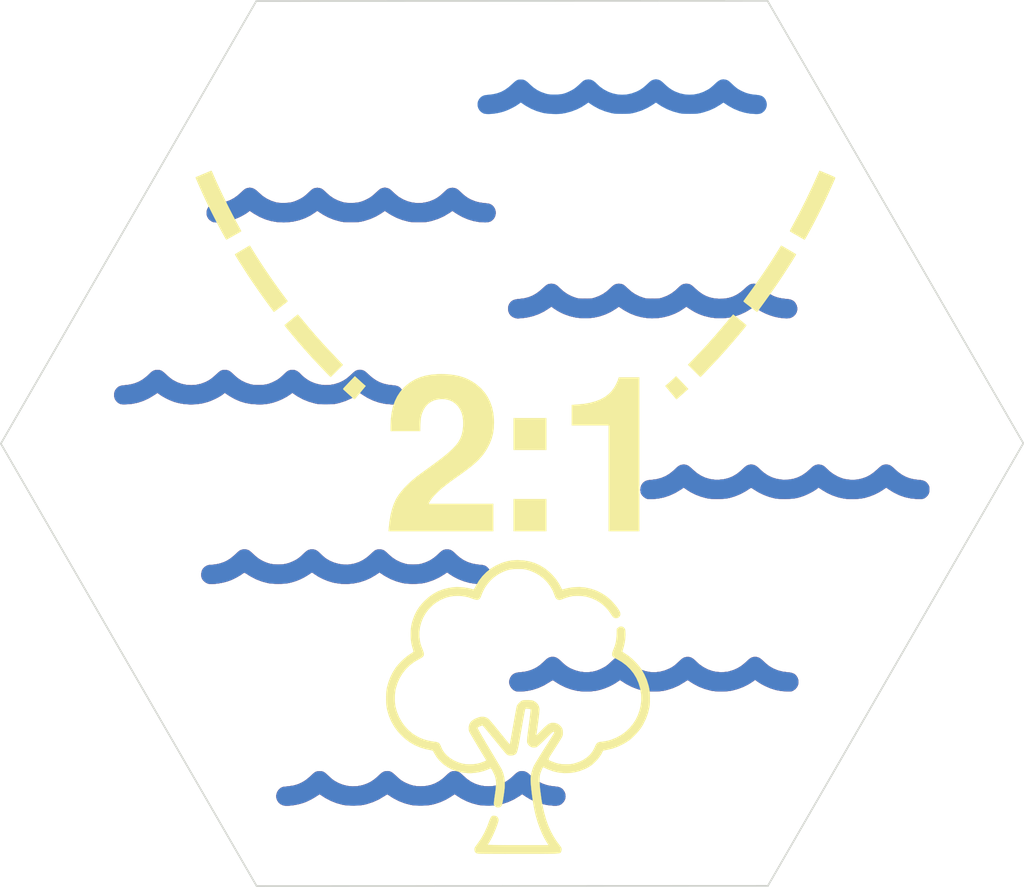
<source format=kicad_pcb>
(kicad_pcb (version 20171130) (host pcbnew 5.1.5+dfsg1-2build2)

  (general
    (thickness 1.6)
    (drawings 7)
    (tracks 0)
    (zones 0)
    (modules 4)
    (nets 1)
  )

  (page A4)
  (layers
    (0 F.Cu signal)
    (31 B.Cu signal)
    (32 B.Adhes user)
    (33 F.Adhes user)
    (34 B.Paste user)
    (35 F.Paste user)
    (36 B.SilkS user)
    (37 F.SilkS user)
    (38 B.Mask user)
    (39 F.Mask user)
    (40 Dwgs.User user)
    (41 Cmts.User user)
    (42 Eco1.User user)
    (43 Eco2.User user)
    (44 Edge.Cuts user)
    (45 Margin user)
    (46 B.CrtYd user)
    (47 F.CrtYd user)
    (48 B.Fab user)
    (49 F.Fab user)
  )

  (setup
    (last_trace_width 0.25)
    (trace_clearance 0.2)
    (zone_clearance 0.508)
    (zone_45_only no)
    (trace_min 0.2)
    (via_size 0.6)
    (via_drill 0.4)
    (via_min_size 0.4)
    (via_min_drill 0.3)
    (uvia_size 0.3)
    (uvia_drill 0.1)
    (uvias_allowed no)
    (uvia_min_size 0.2)
    (uvia_min_drill 0.1)
    (edge_width 0.15)
    (segment_width 0.2)
    (pcb_text_width 0.3)
    (pcb_text_size 1.5 1.5)
    (mod_edge_width 0.15)
    (mod_text_size 1 1)
    (mod_text_width 0.15)
    (pad_size 1.524 1.524)
    (pad_drill 0.762)
    (pad_to_mask_clearance 0.2)
    (aux_axis_origin 0 0)
    (visible_elements FFFFFF7F)
    (pcbplotparams
      (layerselection 0x010f0_ffffffff)
      (usegerberextensions false)
      (usegerberattributes false)
      (usegerberadvancedattributes false)
      (creategerberjobfile false)
      (excludeedgelayer true)
      (linewidth 0.100000)
      (plotframeref false)
      (viasonmask false)
      (mode 1)
      (useauxorigin false)
      (hpglpennumber 1)
      (hpglpenspeed 20)
      (hpglpendiameter 15.000000)
      (psnegative false)
      (psa4output false)
      (plotreference true)
      (plotvalue true)
      (plotinvisibletext false)
      (padsonsilk false)
      (subtractmaskfromsilk false)
      (outputformat 1)
      (mirror false)
      (drillshape 0)
      (scaleselection 1)
      (outputdirectory "gerbers/"))
  )

  (net 0 "")

  (net_class Default "This is the default net class."
    (clearance 0.2)
    (trace_width 0.25)
    (via_dia 0.6)
    (via_drill 0.4)
    (uvia_dia 0.3)
    (uvia_drill 0.1)
  )

  (module LOGO (layer F.Cu) (tedit 0) (tstamp 0)
    (at 0 0)
    (fp_text reference G*** (at 0 0) (layer F.SilkS) hide
      (effects (font (size 1.524 1.524) (thickness 0.3)))
    )
    (fp_text value LOGO (at 0.75 0) (layer F.SilkS) hide
      (effects (font (size 1.524 1.524) (thickness 0.3)))
    )
    (fp_poly (pts (xy 0.63417 19.203728) (xy 0.75421 19.226183) (xy 0.862424 19.27366) (xy 0.968499 19.351473)
      (xy 1.05281 19.433284) (xy 1.275535 19.638507) (xy 1.519688 19.807504) (xy 1.783436 19.939421)
      (xy 2.064947 20.033402) (xy 2.362389 20.088592) (xy 2.480273 20.099286) (xy 2.63506 20.11521)
      (xy 2.756937 20.142473) (xy 2.854566 20.184416) (xy 2.936609 20.244386) (xy 2.985396 20.294291)
      (xy 3.070753 20.420613) (xy 3.118581 20.558315) (xy 3.129053 20.700571) (xy 3.102345 20.840553)
      (xy 3.038631 20.971435) (xy 2.965798 21.060385) (xy 2.884051 21.132067) (xy 2.799828 21.181795)
      (xy 2.704065 21.212189) (xy 2.5877 21.225865) (xy 2.441668 21.225441) (xy 2.400932 21.223518)
      (xy 2.04399 21.18385) (xy 1.693804 21.104427) (xy 1.355476 20.986966) (xy 1.034109 20.833184)
      (xy 0.784538 20.679622) (xy 0.594088 20.54918) (xy 0.398714 20.679864) (xy 0.088497 20.864501)
      (xy -0.236121 21.012091) (xy -0.580882 21.125046) (xy -0.769456 21.170774) (xy -0.927245 21.196329)
      (xy -1.113872 21.212885) (xy -1.316942 21.22044) (xy -1.524063 21.218988) (xy -1.722842 21.208528)
      (xy -1.900886 21.189054) (xy -2.001618 21.171133) (xy -2.340254 21.082071) (xy -2.652942 20.965508)
      (xy -2.948818 20.817632) (xy -3.15821 20.68854) (xy -3.3655 20.550542) (xy -3.57279 20.68854)
      (xy -3.870905 20.866342) (xy -4.178667 21.007781) (xy -4.504964 21.116579) (xy -4.720166 21.16921)
      (xy -4.86996 21.193589) (xy -5.048204 21.210289) (xy -5.242795 21.219197) (xy -5.441629 21.220197)
      (xy -5.632602 21.213176) (xy -5.803612 21.19802) (xy -5.915315 21.180485) (xy -6.278 21.086934)
      (xy -6.626238 20.954356) (xy -6.961695 20.782006) (xy -7.286039 20.569139) (xy -7.289939 20.566286)
      (xy -7.32063 20.56893) (xy -7.381044 20.598222) (xy -7.468955 20.653036) (xy -7.490655 20.667654)
      (xy -7.804746 20.856035) (xy -8.141342 21.009177) (xy -8.498021 21.126056) (xy -8.678333 21.169552)
      (xy -8.842471 21.196065) (xy -9.034683 21.213107) (xy -9.242493 21.220667) (xy -9.453422 21.218736)
      (xy -9.654993 21.207302) (xy -9.834728 21.186354) (xy -9.920571 21.170599) (xy -10.284237 21.071296)
      (xy -10.62832 20.934507) (xy -10.953236 20.760057) (xy -11.062274 20.690223) (xy -11.143156 20.636418)
      (xy -11.209958 20.592497) (xy -11.255575 20.563096) (xy -11.272847 20.552834) (xy -11.291362 20.563858)
      (xy -11.337767 20.593785) (xy -11.404822 20.637896) (xy -11.47626 20.685431) (xy -11.746032 20.848342)
      (xy -12.024154 20.983536) (xy -12.140932 21.030546) (xy -12.311605 21.087755) (xy -12.494177 21.136579)
      (xy -12.681286 21.17605) (xy -12.865569 21.205199) (xy -13.039663 21.223057) (xy -13.196205 21.228655)
      (xy -13.327833 21.221025) (xy -13.42596 21.199638) (xy -13.56865 21.12909) (xy -13.679543 21.030597)
      (xy -13.758621 20.904176) (xy -13.800295 20.777107) (xy -13.810655 20.644778) (xy -13.786797 20.513024)
      (xy -13.733527 20.38916) (xy -13.65565 20.280498) (xy -13.557972 20.194353) (xy -13.4453 20.138036)
      (xy -13.369293 20.121223) (xy -13.311323 20.114801) (xy -13.224658 20.10551) (xy -13.122718 20.094778)
      (xy -13.051977 20.087433) (xy -12.780015 20.043572) (xy -12.528694 19.968855) (xy -12.292526 19.860629)
      (xy -12.066023 19.716241) (xy -11.843699 19.533041) (xy -11.77925 19.472299) (xy -11.677562 19.375969)
      (xy -11.59649 19.306352) (xy -11.527798 19.259186) (xy -11.46325 19.230206) (xy -11.394608 19.21515)
      (xy -11.313637 19.209754) (xy -11.27125 19.209341) (xy -11.185802 19.211468) (xy -11.115556 19.220583)
      (xy -11.052702 19.240793) (xy -10.989431 19.276202) (xy -10.917932 19.330918) (xy -10.830395 19.409044)
      (xy -10.753876 19.481311) (xy -10.66586 19.562617) (xy -10.576266 19.640711) (xy -10.495649 19.706657)
      (xy -10.435166 19.751124) (xy -10.177215 19.897043) (xy -9.90752 20.004123) (xy -9.629698 20.071846)
      (xy -9.347366 20.099695) (xy -9.064141 20.087154) (xy -8.78364 20.033705) (xy -8.677914 20.002363)
      (xy -8.463175 19.921203) (xy -8.269511 19.822898) (xy -8.086301 19.70089) (xy -7.902925 19.548618)
      (xy -7.82484 19.475544) (xy -7.720812 19.378127) (xy -7.636927 19.307699) (xy -7.56525 19.259565)
      (xy -7.497848 19.229033) (xy -7.426787 19.211406) (xy -7.365497 19.203758) (xy -7.266105 19.200755)
      (xy -7.177637 19.213679) (xy -7.092428 19.246209) (xy -7.002815 19.302027) (xy -6.901134 19.384811)
      (xy -6.806989 19.471931) (xy -6.686347 19.58484) (xy -6.583901 19.673325) (xy -6.489627 19.744519)
      (xy -6.3935 19.805555) (xy -6.285495 19.863563) (xy -6.195022 19.90733) (xy -5.989949 19.993061)
      (xy -5.794608 20.050553) (xy -5.593495 20.08322) (xy -5.371107 20.094475) (xy -5.344583 20.094553)
      (xy -5.053429 20.07659) (xy -4.781079 20.022557) (xy -4.524544 19.931191) (xy -4.280836 19.801231)
      (xy -4.046965 19.631415) (xy -3.871939 19.472931) (xy -3.76565 19.372356) (xy -3.677529 19.300113)
      (xy -3.599348 19.251439) (xy -3.52288 19.221572) (xy -3.439895 19.205748) (xy -3.404626 19.202402)
      (xy -3.302211 19.201018) (xy -3.211967 19.21627) (xy -3.125693 19.252098) (xy -3.035188 19.312441)
      (xy -2.932249 19.401239) (xy -2.87366 19.457435) (xy -2.64287 19.661465) (xy -2.406553 19.824553)
      (xy -2.161625 19.948019) (xy -1.905002 20.033184) (xy -1.633601 20.081368) (xy -1.386416 20.094235)
      (xy -1.101902 20.077176) (xy -0.835419 20.025017) (xy -0.583544 19.936287) (xy -0.342851 19.809517)
      (xy -0.109917 19.643236) (xy 0.097532 19.456999) (xy 0.211101 19.351378) (xy 0.308742 19.276766)
      (xy 0.398572 19.22933) (xy 0.488711 19.205239) (xy 0.587278 19.200661) (xy 0.63417 19.203728)) (layer B.Cu) (width 0.01))
    (fp_poly (pts (xy 6.426558 12.515944) (xy 6.513638 12.538224) (xy 6.598467 12.580764) (xy 6.689438 12.64799)
      (xy 6.794945 12.744325) (xy 6.81885 12.767791) (xy 7.051009 12.97086) (xy 7.297928 13.136282)
      (xy 7.556814 13.263564) (xy 7.824873 13.352212) (xy 8.099311 13.401731) (xy 8.377334 13.411628)
      (xy 8.656151 13.381409) (xy 8.932966 13.310579) (xy 9.204988 13.198644) (xy 9.218084 13.192125)
      (xy 9.328741 13.133682) (xy 9.424645 13.075268) (xy 9.515849 13.009469) (xy 9.612404 12.928874)
      (xy 9.724363 12.826069) (xy 9.758337 12.793733) (xy 9.863439 12.695587) (xy 9.947841 12.624138)
      (xy 10.019438 12.574874) (xy 10.08613 12.54328) (xy 10.155814 12.524841) (xy 10.236387 12.515044)
      (xy 10.247348 12.514221) (xy 10.374126 12.517689) (xy 10.489304 12.549816) (xy 10.600676 12.614172)
      (xy 10.716038 12.714329) (xy 10.742084 12.740852) (xy 10.96727 12.946662) (xy 11.213204 13.117522)
      (xy 11.476542 13.251441) (xy 11.753944 13.346426) (xy 11.760797 13.348224) (xy 11.970398 13.3883)
      (xy 12.196648 13.406251) (xy 12.423963 13.401886) (xy 12.636757 13.375013) (xy 12.706498 13.359868)
      (xy 12.970516 13.279129) (xy 13.210875 13.170843) (xy 13.435351 13.030612) (xy 13.651721 12.85404)
      (xy 13.726584 12.783224) (xy 13.840296 12.677341) (xy 13.936804 12.601392) (xy 14.023937 12.551171)
      (xy 14.109524 12.522476) (xy 14.201394 12.5111) (xy 14.234584 12.51043) (xy 14.329331 12.516929)
      (xy 14.415507 12.539214) (xy 14.500941 12.581467) (xy 14.593461 12.64787) (xy 14.700897 12.742605)
      (xy 14.741286 12.781116) (xy 14.830146 12.863708) (xy 14.9238 12.94525) (xy 15.010126 13.015465)
      (xy 15.068087 13.05816) (xy 15.310677 13.197803) (xy 15.576213 13.304449) (xy 15.858903 13.376184)
      (xy 16.132773 13.409929) (xy 16.305396 13.430011) (xy 16.443454 13.467636) (xy 16.551664 13.524568)
      (xy 16.628793 13.595373) (xy 16.713827 13.725746) (xy 16.760704 13.865369) (xy 16.770634 14.007928)
      (xy 16.744828 14.14711) (xy 16.684496 14.276599) (xy 16.59085 14.390081) (xy 16.465101 14.481244)
      (xy 16.458203 14.48499) (xy 16.417953 14.504189) (xy 16.375978 14.517053) (xy 16.323034 14.524693)
      (xy 16.249877 14.528222) (xy 16.147262 14.528749) (xy 16.09725 14.528381) (xy 15.77166 14.506763)
      (xy 15.452252 14.447227) (xy 15.134604 14.348622) (xy 14.814291 14.209799) (xy 14.753167 14.178988)
      (xy 14.644603 14.120542) (xy 14.534822 14.057127) (xy 14.43746 13.996853) (xy 14.372654 13.952682)
      (xy 14.235557 13.851741) (xy 14.082655 13.961443) (xy 13.825654 14.123875) (xy 13.53871 14.265586)
      (xy 13.230679 14.382784) (xy 12.91042 14.471678) (xy 12.869334 14.480747) (xy 12.702898 14.507636)
      (xy 12.508925 14.524686) (xy 12.300138 14.531881) (xy 12.089258 14.529202) (xy 11.889009 14.516632)
      (xy 11.712112 14.494155) (xy 11.650882 14.482416) (xy 11.286653 14.384636) (xy 10.946943 14.253338)
      (xy 10.628974 14.087363) (xy 10.482183 13.994315) (xy 10.403572 13.941907) (xy 10.338825 13.899589)
      (xy 10.29538 13.872169) (xy 10.280775 13.864167) (xy 10.261158 13.875226) (xy 10.213662 13.905304)
      (xy 10.145508 13.94975) (xy 10.067441 14.001556) (xy 9.752673 14.186664) (xy 9.416999 14.335493)
      (xy 9.062986 14.446998) (xy 8.868834 14.490598) (xy 8.713879 14.512797) (xy 8.530685 14.526321)
      (xy 8.331869 14.531267) (xy 8.130048 14.527733) (xy 7.937838 14.515814) (xy 7.767856 14.495609)
      (xy 7.690956 14.481544) (xy 7.33055 14.385121) (xy 6.992071 14.253635) (xy 6.671297 14.085316)
      (xy 6.525517 13.993024) (xy 6.446643 13.940917) (xy 6.381214 13.898913) (xy 6.336867 13.871841)
      (xy 6.321556 13.864167) (xy 6.300532 13.87572) (xy 6.253484 13.906721) (xy 6.188597 13.951682)
      (xy 6.14944 13.979535) (xy 5.945374 14.109267) (xy 5.711551 14.229493) (xy 5.460321 14.33511)
      (xy 5.20403 14.421013) (xy 4.955028 14.482097) (xy 4.916145 14.489323) (xy 4.548963 14.533532)
      (xy 4.186337 14.535772) (xy 3.829075 14.496238) (xy 3.477986 14.415128) (xy 3.133877 14.292639)
      (xy 2.797556 14.128968) (xy 2.469833 13.924312) (xy 2.402967 13.876718) (xy 2.373293 13.877964)
      (xy 2.314819 13.905049) (xy 2.22616 13.958672) (xy 2.178952 13.989701) (xy 1.862159 14.177663)
      (xy 1.532472 14.327021) (xy 1.192774 14.436815) (xy 0.845947 14.506082) (xy 0.551437 14.532236)
      (xy 0.424035 14.535046) (xy 0.328298 14.531735) (xy 0.253904 14.521597) (xy 0.204048 14.508496)
      (xy 0.086684 14.449746) (xy -0.01572 14.358566) (xy -0.09678 14.243982) (xy -0.150112 14.11502)
      (xy -0.169333 13.980706) (xy -0.169333 13.980584) (xy -0.152095 13.85613) (xy -0.105276 13.729585)
      (xy -0.036215 13.619568) (xy -0.019264 13.599971) (xy 0.06186 13.526376) (xy 0.154329 13.473423)
      (xy 0.266947 13.437742) (xy 0.408517 13.415965) (xy 0.47625 13.410321) (xy 0.716205 13.383912)
      (xy 0.932579 13.337566) (xy 1.140715 13.267985) (xy 1.143 13.267085) (xy 1.320991 13.188065)
      (xy 1.483606 13.09571) (xy 1.640519 12.983369) (xy 1.801405 12.844389) (xy 1.908678 12.740641)
      (xy 2.018073 12.639843) (xy 2.115831 12.571174) (xy 2.211261 12.529977) (xy 2.313674 12.511593)
      (xy 2.370667 12.5095) (xy 2.465043 12.515446) (xy 2.550114 12.536059) (xy 2.633728 12.575502)
      (xy 2.723737 12.637937) (xy 2.827988 12.727527) (xy 2.887857 12.783756) (xy 3.006135 12.894568)
      (xy 3.105741 12.981078) (xy 3.196335 13.050438) (xy 3.287581 13.109801) (xy 3.38914 13.166317)
      (xy 3.439584 13.192125) (xy 3.687348 13.296202) (xy 3.947631 13.367941) (xy 4.211166 13.405614)
      (xy 4.468686 13.407494) (xy 4.553304 13.399663) (xy 4.726586 13.374394) (xy 4.875413 13.341079)
      (xy 5.017562 13.294584) (xy 5.17081 13.22978) (xy 5.217584 13.207914) (xy 5.341735 13.146314)
      (xy 5.446145 13.087178) (xy 5.540984 13.023213) (xy 5.636419 12.947127) (xy 5.742619 12.851627)
      (xy 5.827942 12.77016) (xy 5.940751 12.666604) (xy 6.037126 12.593093) (xy 6.125359 12.545313)
      (xy 6.213743 12.518949) (xy 6.310569 12.509685) (xy 6.328833 12.5095) (xy 6.426558 12.515944)) (layer B.Cu) (width 0.01))
    (fp_poly (pts (xy -15.533893 6.224295) (xy -15.497025 6.234646) (xy -15.444883 6.253724) (xy -15.393216 6.281995)
      (xy -15.334567 6.324894) (xy -15.261476 6.387854) (xy -15.170213 6.472771) (xy -15.031467 6.599782)
      (xy -14.90796 6.701214) (xy -14.788777 6.784773) (xy -14.663004 6.858169) (xy -14.532367 6.923212)
      (xy -14.342672 7.001669) (xy -14.156778 7.055152) (xy -13.961245 7.086479) (xy -13.742634 7.098466)
      (xy -13.694833 7.098791) (xy -13.474241 7.090756) (xy -13.279003 7.064599) (xy -13.094902 7.017237)
      (xy -12.907722 6.945588) (xy -12.835082 6.912421) (xy -12.716355 6.853851) (xy -12.616212 6.797886)
      (xy -12.525003 6.737648) (xy -12.433078 6.666254) (xy -12.330789 6.576826) (xy -12.221778 6.475127)
      (xy -12.127351 6.387228) (xy -12.054678 6.324645) (xy -11.996379 6.281986) (xy -11.945072 6.253857)
      (xy -11.893374 6.234864) (xy -11.892641 6.234646) (xy -11.780124 6.208466) (xy -11.681347 6.205093)
      (xy -11.574874 6.224545) (xy -11.537796 6.234961) (xy -11.485808 6.2538) (xy -11.435069 6.281245)
      (xy -11.378081 6.322788) (xy -11.307343 6.383921) (xy -11.215353 6.470138) (xy -11.211163 6.47415)
      (xy -11.123435 6.556214) (xy -11.036878 6.633716) (xy -10.960639 6.698681) (xy -10.903865 6.743138)
      (xy -10.897115 6.747872) (xy -10.66424 6.883779) (xy -10.411092 6.989304) (xy -10.145789 7.06245)
      (xy -9.87645 7.101223) (xy -9.611193 7.103625) (xy -9.495858 7.09238) (xy -9.219944 7.038653)
      (xy -8.963539 6.95231) (xy -8.721781 6.830915) (xy -8.489805 6.672029) (xy -8.265583 6.475966)
      (xy -8.163451 6.379335) (xy -8.081915 6.309558) (xy -8.012881 6.262358) (xy -7.948255 6.233459)
      (xy -7.879944 6.218585) (xy -7.799854 6.213461) (xy -7.768166 6.21318) (xy -7.672005 6.217084)
      (xy -7.591068 6.231874) (xy -7.516705 6.262009) (xy -7.44027 6.311951) (xy -7.353115 6.386159)
      (xy -7.260973 6.474791) (xy -7.02776 6.678996) (xy -6.778778 6.844238) (xy -6.512313 6.971487)
      (xy -6.226651 7.061712) (xy -6.220973 7.063087) (xy -6.088522 7.085591) (xy -5.929405 7.098042)
      (xy -5.757398 7.100601) (xy -5.586279 7.093427) (xy -5.429823 7.076679) (xy -5.30912 7.052534)
      (xy -5.043877 6.965599) (xy -4.80505 6.853184) (xy -4.583539 6.71007) (xy -4.370238 6.531033)
      (xy -4.325636 6.488382) (xy -4.219601 6.387767) (xy -4.133545 6.314727) (xy -4.059519 6.265022)
      (xy -3.989573 6.234413) (xy -3.915758 6.21866) (xy -3.830126 6.213524) (xy -3.81 6.213398)
      (xy -3.717435 6.217196) (xy -3.639027 6.231498) (xy -3.566483 6.260667) (xy -3.491513 6.309066)
      (xy -3.405824 6.381059) (xy -3.301126 6.481007) (xy -3.300773 6.481356) (xy -3.07963 6.676554)
      (xy -2.84921 6.833206) (xy -2.604657 6.953496) (xy -2.341116 7.039605) (xy -2.053728 7.093715)
      (xy -1.903443 7.109153) (xy -1.768761 7.122421) (xy -1.666381 7.14053) (xy -1.586293 7.166926)
      (xy -1.518488 7.205057) (xy -1.452956 7.258371) (xy -1.44277 7.267828) (xy -1.362516 7.357413)
      (xy -1.312138 7.452223) (xy -1.286802 7.564383) (xy -1.281316 7.672917) (xy -1.290207 7.806716)
      (xy -1.320194 7.913882) (xy -1.376249 8.006922) (xy -1.44277 8.079178) (xy -1.536517 8.153366)
      (xy -1.639786 8.201393) (xy -1.76298 8.226833) (xy -1.8917 8.233369) (xy -2.199501 8.214963)
      (xy -2.515407 8.159955) (xy -2.831419 8.070889) (xy -3.139537 7.950314) (xy -3.431762 7.800776)
      (xy -3.616964 7.684087) (xy -3.805797 7.554752) (xy -3.979263 7.672869) (xy -4.282653 7.855363)
      (xy -4.60939 8.007192) (xy -4.949836 8.124226) (xy -5.150095 8.174604) (xy -5.298575 8.198987)
      (xy -5.475973 8.215527) (xy -5.670849 8.224212) (xy -5.871763 8.225033) (xy -6.067273 8.217979)
      (xy -6.24594 8.203041) (xy -6.396323 8.180207) (xy -6.417368 8.175738) (xy -6.775972 8.076739)
      (xy -7.111254 7.944293) (xy -7.428479 7.776173) (xy -7.559359 7.693217) (xy -7.765131 7.556229)
      (xy -7.966503 7.692759) (xy -8.273516 7.875705) (xy -8.598553 8.021784) (xy -8.937662 8.130308)
      (xy -9.286889 8.200592) (xy -9.642283 8.23195) (xy -9.99989 8.223696) (xy -10.355759 8.175145)
      (xy -10.526137 8.136986) (xy -10.801064 8.052579) (xy -11.074139 7.941002) (xy -11.332817 7.808126)
      (xy -11.564548 7.659821) (xy -11.597287 7.635801) (xy -11.671735 7.585527) (xy -11.720242 7.565919)
      (xy -11.739019 7.569239) (xy -11.984481 7.731809) (xy -12.213285 7.865308) (xy -12.434876 7.973993)
      (xy -12.658699 8.062121) (xy -12.8942 8.133949) (xy -13.102166 8.183566) (xy -13.222783 8.202414)
      (xy -13.374389 8.215544) (xy -13.546029 8.222949) (xy -13.726745 8.224619) (xy -13.905582 8.220547)
      (xy -14.071582 8.210724) (xy -14.21379 8.195141) (xy -14.276149 8.184467) (xy -14.639989 8.0907)
      (xy -14.983037 7.960441) (xy -15.307331 7.792849) (xy -15.465393 7.693242) (xy -15.557813 7.633969)
      (xy -15.630986 7.592442) (xy -15.679596 7.571474) (xy -15.696647 7.570863) (xy -15.894755 7.708757)
      (xy -16.117994 7.840884) (xy -16.349333 7.957663) (xy -16.497574 8.021435) (xy -16.657681 8.077936)
      (xy -16.832557 8.127353) (xy -17.014979 8.16869) (xy -17.197723 8.200949) (xy -17.373569 8.223135)
      (xy -17.535293 8.234252) (xy -17.675672 8.233303) (xy -17.787484 8.219292) (xy -17.833907 8.205765)
      (xy -17.97461 8.131459) (xy -18.085122 8.02948) (xy -18.116837 7.986539) (xy -18.166077 7.899121)
      (xy -18.193593 7.811867) (xy -18.20243 7.710476) (xy -18.197806 7.605939) (xy -18.166637 7.463334)
      (xy -18.100469 7.339472) (xy -18.004046 7.238513) (xy -17.882111 7.164622) (xy -17.73941 7.12196)
      (xy -17.635888 7.112929) (xy -17.490079 7.103895) (xy -17.325165 7.080996) (xy -17.160829 7.047322)
      (xy -17.078067 7.025398) (xy -16.875633 6.955577) (xy -16.688909 6.866807) (xy -16.50928 6.753823)
      (xy -16.328133 6.611357) (xy -16.180646 6.476768) (xy -16.087493 6.388987) (xy -16.015987 6.326532)
      (xy -15.958709 6.283946) (xy -15.908243 6.255775) (xy -15.857172 6.236563) (xy -15.85187 6.234961)
      (xy -15.738823 6.208581) (xy -15.639977 6.205032) (xy -15.533893 6.224295)) (layer B.Cu) (width 0.01))
    (fp_poly (pts (xy 14.103368 1.247515) (xy 14.195863 1.272767) (xy 14.287151 1.320012) (xy 14.385148 1.39347)
      (xy 14.497771 1.497362) (xy 14.513379 1.512805) (xy 14.739702 1.713455) (xy 14.975828 1.873571)
      (xy 15.224431 1.994351) (xy 15.488184 2.076989) (xy 15.769761 2.122681) (xy 15.896167 2.131234)
      (xy 16.189295 2.124568) (xy 16.467168 2.079204) (xy 16.731269 1.994553) (xy 16.983081 1.87003)
      (xy 17.224085 1.705046) (xy 17.43075 1.52365) (xy 17.544251 1.417679) (xy 17.639224 1.340808)
      (xy 17.723314 1.288861) (xy 17.804164 1.257665) (xy 17.889419 1.243044) (xy 17.949334 1.240461)
      (xy 18.077773 1.251128) (xy 18.190628 1.288136) (xy 18.297491 1.356084) (xy 18.407957 1.459571)
      (xy 18.409242 1.460939) (xy 18.606386 1.644839) (xy 18.829632 1.807025) (xy 19.069334 1.941645)
      (xy 19.315844 2.042847) (xy 19.420417 2.074335) (xy 19.593766 2.109058) (xy 19.789325 2.129161)
      (xy 19.99026 2.133995) (xy 20.179737 2.12291) (xy 20.284576 2.107664) (xy 20.526693 2.049307)
      (xy 20.748123 1.967827) (xy 20.956784 1.859006) (xy 21.160598 1.718625) (xy 21.367485 1.542464)
      (xy 21.396394 1.515417) (xy 21.504888 1.415515) (xy 21.592447 1.342735) (xy 21.666712 1.292964)
      (xy 21.735325 1.262092) (xy 21.805929 1.246005) (xy 21.886165 1.240594) (xy 21.9075 1.240427)
      (xy 21.998512 1.244741) (xy 22.076723 1.260628) (xy 22.150693 1.292505) (xy 22.228981 1.344789)
      (xy 22.320147 1.421898) (xy 22.395332 1.49217) (xy 22.617387 1.687095) (xy 22.837849 1.843296)
      (xy 23.06296 1.963653) (xy 23.298961 2.051044) (xy 23.552096 2.108348) (xy 23.791334 2.135985)
      (xy 23.955443 2.153604) (xy 24.085262 2.182481) (xy 24.188149 2.226313) (xy 24.271466 2.288795)
      (xy 24.342573 2.373622) (xy 24.379124 2.431106) (xy 24.409501 2.488824) (xy 24.427041 2.543291)
      (xy 24.43507 2.60991) (xy 24.436917 2.69875) (xy 24.428746 2.83183) (xy 24.400843 2.938043)
      (xy 24.348127 3.030238) (xy 24.272442 3.114603) (xy 24.208318 3.17083) (xy 24.144067 3.21122)
      (xy 24.071537 3.237744) (xy 23.982578 3.252375) (xy 23.869039 3.257085) (xy 23.722769 3.253848)
      (xy 23.700819 3.252941) (xy 23.345062 3.217695) (xy 23.002846 3.14274) (xy 22.672692 3.027581)
      (xy 22.353121 2.871724) (xy 22.10858 2.720452) (xy 21.907542 2.584149) (xy 21.752639 2.695287)
      (xy 21.511913 2.847996) (xy 21.241814 2.983824) (xy 20.953601 3.097779) (xy 20.65853 3.184865)
      (xy 20.637798 3.189853) (xy 20.464194 3.221874) (xy 20.262377 3.244167) (xy 20.045432 3.256308)
      (xy 19.826446 3.257873) (xy 19.618502 3.24844) (xy 19.440894 3.228564) (xy 19.102568 3.155361)
      (xy 18.768184 3.042881) (xy 18.445107 2.894039) (xy 18.146891 2.715933) (xy 17.944396 2.579593)
      (xy 17.89924 2.621037) (xy 17.814974 2.687578) (xy 17.699797 2.763178) (xy 17.56277 2.842949)
      (xy 17.412951 2.922006) (xy 17.259402 2.995461) (xy 17.111182 3.058428) (xy 17.036637 3.086317)
      (xy 16.869739 3.141769) (xy 16.717736 3.18366) (xy 16.569836 3.213655) (xy 16.415244 3.233416)
      (xy 16.243167 3.244607) (xy 16.042813 3.248894) (xy 15.980834 3.249084) (xy 15.811722 3.248126)
      (xy 15.676825 3.244915) (xy 15.568059 3.238948) (xy 15.477342 3.229717) (xy 15.396589 3.216719)
      (xy 15.367 3.210722) (xy 15.053393 3.127031) (xy 14.743475 3.012131) (xy 14.448907 2.870989)
      (xy 14.181347 2.708568) (xy 14.171084 2.701499) (xy 14.092013 2.647769) (xy 14.039114 2.615676)
      (xy 14.004348 2.601917) (xy 13.979681 2.603188) (xy 13.959417 2.614492) (xy 13.672707 2.803147)
      (xy 13.391324 2.955127) (xy 13.108081 3.074198) (xy 13.031137 3.100933) (xy 12.879107 3.149518)
      (xy 12.746371 3.186423) (xy 12.622562 3.213173) (xy 12.497311 3.23129) (xy 12.360251 3.242298)
      (xy 12.201013 3.24772) (xy 12.022667 3.249084) (xy 11.866313 3.248502) (xy 11.743318 3.246306)
      (xy 11.644715 3.241823) (xy 11.56154 3.234376) (xy 11.484828 3.223292) (xy 11.405614 3.207895)
      (xy 11.36903 3.199888) (xy 11.047041 3.111092) (xy 10.738023 2.993001) (xy 10.450582 2.849355)
      (xy 10.21139 2.696982) (xy 10.054715 2.584573) (xy 9.854792 2.718239) (xy 9.547276 2.900914)
      (xy 9.226425 3.047704) (xy 8.896739 3.157178) (xy 8.562718 3.227909) (xy 8.228862 3.258469)
      (xy 8.149481 3.259667) (xy 8.044536 3.258729) (xy 7.970055 3.254549) (xy 7.914181 3.245074)
      (xy 7.865061 3.228251) (xy 7.810841 3.202029) (xy 7.808012 3.200554) (xy 7.700162 3.125966)
      (xy 7.610426 3.028732) (xy 7.549001 2.920756) (xy 7.536299 2.883424) (xy 7.513765 2.733164)
      (xy 7.527139 2.585167) (xy 7.574136 2.448025) (xy 7.652473 2.33033) (xy 7.694482 2.28849)
      (xy 7.762677 2.235054) (xy 7.832951 2.196316) (xy 7.915124 2.16911) (xy 8.019019 2.150271)
      (xy 8.154456 2.136636) (xy 8.169321 2.135496) (xy 8.464879 2.096796) (xy 8.735899 2.025725)
      (xy 8.987259 1.920053) (xy 9.223836 1.777551) (xy 9.450509 1.595991) (xy 9.544399 1.507089)
      (xy 9.655304 1.402863) (xy 9.749869 1.328598) (xy 9.836498 1.27991) (xy 9.923597 1.252411)
      (xy 10.019573 1.241718) (xy 10.054167 1.241129) (xy 10.142726 1.246364) (xy 10.222491 1.264659)
      (xy 10.300779 1.300049) (xy 10.384911 1.356572) (xy 10.482207 1.438268) (xy 10.583334 1.533034)
      (xy 10.817 1.733207) (xy 11.061548 1.892573) (xy 11.317757 2.011436) (xy 11.586407 2.0901)
      (xy 11.868278 2.128868) (xy 12.117917 2.130724) (xy 12.403469 2.100117) (xy 12.668071 2.035735)
      (xy 12.915742 1.935737) (xy 13.150502 1.798285) (xy 13.376368 1.62154) (xy 13.512749 1.492381)
      (xy 13.627348 1.385477) (xy 13.729793 1.311245) (xy 13.828484 1.26535) (xy 13.931822 1.243457)
      (xy 14.00175 1.240036) (xy 14.103368 1.247515)) (layer B.Cu) (width 0.01))
    (fp_poly (pts (xy -8.813906 -4.30365) (xy -8.742536 -4.284498) (xy -8.688643 -4.26498) (xy -8.63652 -4.236717)
      (xy -8.578248 -4.193985) (xy -8.50591 -4.131063) (xy -8.424811 -4.054909) (xy -8.202853 -3.860212)
      (xy -7.982038 -3.704176) (xy -7.755871 -3.583821) (xy -7.517853 -3.49617) (xy -7.261488 -3.438244)
      (xy -7.016974 -3.4096) (xy -6.864821 -3.393436) (xy -6.746053 -3.368355) (xy -6.652088 -3.331023)
      (xy -6.574347 -3.278109) (xy -6.509518 -3.212494) (xy -6.427969 -3.087012) (xy -6.383196 -2.949359)
      (xy -6.374749 -2.806936) (xy -6.40218 -2.667146) (xy -6.465042 -2.537392) (xy -6.556883 -2.430423)
      (xy -6.630585 -2.371035) (xy -6.704851 -2.329461) (xy -6.788729 -2.303416) (xy -6.89127 -2.290617)
      (xy -7.02152 -2.28878) (xy -7.107101 -2.291565) (xy -7.464208 -2.327861) (xy -7.812154 -2.405339)
      (xy -8.149761 -2.523609) (xy -8.475854 -2.682278) (xy -8.705096 -2.822818) (xy -8.911775 -2.961134)
      (xy -9.112529 -2.825022) (xy -9.418836 -2.642541) (xy -9.749663 -2.493955) (xy -10.105746 -2.378955)
      (xy -10.287507 -2.335239) (xy -10.367352 -2.320387) (xy -10.453875 -2.309635) (xy -10.555363 -2.302452)
      (xy -10.680103 -2.298306) (xy -10.836382 -2.296666) (xy -10.89025 -2.296583) (xy -11.045274 -2.297208)
      (xy -11.167192 -2.299551) (xy -11.265217 -2.304319) (xy -11.348564 -2.312216) (xy -11.426448 -2.323946)
      (xy -11.508082 -2.340216) (xy -11.533304 -2.345778) (xy -11.898702 -2.448327) (xy -12.244512 -2.587708)
      (xy -12.569075 -2.763171) (xy -12.7983 -2.918547) (xy -12.86485 -2.96798) (xy -12.980354 -2.882653)
      (xy -13.199467 -2.73828) (xy -13.446326 -2.605793) (xy -13.706675 -2.491817) (xy -13.966255 -2.402974)
      (xy -14.075833 -2.373726) (xy -14.251839 -2.335062) (xy -14.414029 -2.308825) (xy -14.576173 -2.293749)
      (xy -14.752042 -2.288569) (xy -14.955406 -2.292019) (xy -14.962352 -2.292251) (xy -15.303883 -2.319278)
      (xy -15.623752 -2.377785) (xy -15.928933 -2.470042) (xy -16.2264 -2.598322) (xy -16.523126 -2.764895)
      (xy -16.634161 -2.836713) (xy -16.830408 -2.967981) (xy -16.876579 -2.925583) (xy -16.968954 -2.852732)
      (xy -17.093186 -2.772263) (xy -17.240575 -2.688698) (xy -17.402422 -2.606556) (xy -17.570027 -2.530358)
      (xy -17.734692 -2.464625) (xy -17.822705 -2.433963) (xy -18.144989 -2.349502) (xy -18.482889 -2.300163)
      (xy -18.828382 -2.285945) (xy -19.173446 -2.30685) (xy -19.510057 -2.362881) (xy -19.769666 -2.43358)
      (xy -19.948416 -2.49929) (xy -20.137683 -2.582203) (xy -20.323672 -2.675499) (xy -20.492585 -2.772362)
      (xy -20.602098 -2.844921) (xy -20.76778 -2.963841) (xy -20.960933 -2.834644) (xy -21.275802 -2.645529)
      (xy -21.593915 -2.497841) (xy -21.917973 -2.390676) (xy -22.250676 -2.323131) (xy -22.57425 -2.294939)
      (xy -22.707637 -2.291666) (xy -22.806623 -2.292621) (xy -22.878969 -2.298229) (xy -22.932435 -2.308911)
      (xy -22.952551 -2.315541) (xy -23.080543 -2.384962) (xy -23.18432 -2.484511) (xy -23.258802 -2.606903)
      (xy -23.298913 -2.744853) (xy -23.3045 -2.820419) (xy -23.294583 -2.958504) (xy -23.261911 -3.071216)
      (xy -23.202104 -3.171321) (xy -23.171196 -3.208887) (xy -23.101711 -3.279724) (xy -23.030994 -3.33109)
      (xy -22.949518 -3.366806) (xy -22.847756 -3.390697) (xy -22.716181 -3.406585) (xy -22.669007 -3.410397)
      (xy -22.369252 -3.449) (xy -22.095186 -3.519337) (xy -21.842375 -3.623397) (xy -21.606386 -3.763171)
      (xy -21.382783 -3.940648) (xy -21.288504 -4.02988) (xy -21.178207 -4.134723) (xy -21.085653 -4.210182)
      (xy -21.002962 -4.26057) (xy -20.922252 -4.290203) (xy -20.835645 -4.303393) (xy -20.785666 -4.305186)
      (xy -20.694797 -4.302656) (xy -20.618315 -4.290927) (xy -20.54818 -4.265856) (xy -20.476349 -4.223298)
      (xy -20.394782 -4.159107) (xy -20.295436 -4.069141) (xy -20.256981 -4.032709) (xy -20.149701 -3.935164)
      (xy -20.037339 -3.841194) (xy -19.931726 -3.76034) (xy -19.854526 -3.708085) (xy -19.600946 -3.576253)
      (xy -19.334007 -3.482781) (xy -19.058258 -3.427668) (xy -18.778249 -3.410915) (xy -18.498527 -3.432521)
      (xy -18.223641 -3.492487) (xy -17.958141 -3.590812) (xy -17.737473 -3.708085) (xy -17.647358 -3.769762)
      (xy -17.5402 -3.852858) (xy -17.42783 -3.947831) (xy -17.335019 -4.032709) (xy -17.22796 -4.132188)
      (xy -17.14136 -4.20451) (xy -17.067177 -4.253818) (xy -16.99737 -4.284258) (xy -16.923897 -4.299973)
      (xy -16.838717 -4.305109) (xy -16.806333 -4.305186) (xy -16.708422 -4.297978) (xy -16.620808 -4.274866)
      (xy -16.535372 -4.231455) (xy -16.443994 -4.16335) (xy -16.338554 -4.066154) (xy -16.307336 -4.035074)
      (xy -16.087488 -3.839049) (xy -15.852871 -3.680667) (xy -15.597561 -3.55648) (xy -15.333312 -3.467813)
      (xy -15.256407 -3.448875) (xy -15.180766 -3.435803) (xy -15.095799 -3.427618) (xy -14.990916 -3.42334)
      (xy -14.855527 -3.421989) (xy -14.837833 -3.421977) (xy -14.652265 -3.425693) (xy -14.496132 -3.438625)
      (xy -14.357045 -3.463449) (xy -14.222616 -3.502841) (xy -14.080453 -3.559475) (xy -13.974779 -3.608366)
      (xy -13.856324 -3.667539) (xy -13.757043 -3.723332) (xy -13.66723 -3.782689) (xy -13.577178 -3.852555)
      (xy -13.477182 -3.939874) (xy -13.364423 -4.045043) (xy -13.272233 -4.131131) (xy -13.20185 -4.192367)
      (xy -13.145581 -4.234263) (xy -13.095738 -4.26233) (xy -13.04463 -4.282082) (xy -13.025652 -4.287867)
      (xy -12.873266 -4.3117) (xy -12.725993 -4.294062) (xy -12.586096 -4.235722) (xy -12.455836 -4.137446)
      (xy -12.395628 -4.074268) (xy -12.305131 -3.982205) (xy -12.188459 -3.882062) (xy -12.057987 -3.783254)
      (xy -11.926092 -3.695193) (xy -11.813429 -3.63141) (xy -11.54537 -3.519403) (xy -11.267675 -3.446685)
      (xy -10.984812 -3.413339) (xy -10.701248 -3.419451) (xy -10.42145 -3.465104) (xy -10.149886 -3.550382)
      (xy -10.039529 -3.597957) (xy -9.90133 -3.667089) (xy -9.77925 -3.739316) (xy -9.662589 -3.82222)
      (xy -9.540643 -3.923384) (xy -9.40789 -4.045459) (xy -9.31431 -4.132693) (xy -9.242366 -4.194702)
      (xy -9.184542 -4.236956) (xy -9.133323 -4.264925) (xy -9.081191 -4.28408) (xy -9.079187 -4.284679)
      (xy -8.980329 -4.309432) (xy -8.898762 -4.31576) (xy -8.813906 -4.30365)) (layer B.Cu) (width 0.01))
    (fp_poly (pts (xy 2.320206 -9.355202) (xy 2.42748 -9.345934) (xy 2.524037 -9.315925) (xy 2.618732 -9.260574)
      (xy 2.720421 -9.175278) (xy 2.780542 -9.115984) (xy 3.004554 -8.912059) (xy 3.242862 -8.746443)
      (xy 3.500219 -8.616205) (xy 3.719368 -8.536635) (xy 3.790739 -8.515577) (xy 3.85308 -8.500408)
      (xy 3.915676 -8.490172) (xy 3.987813 -8.483913) (xy 4.078779 -8.480677) (xy 4.197859 -8.479507)
      (xy 4.275667 -8.479398) (xy 4.413432 -8.479859) (xy 4.518156 -8.481878) (xy 4.599127 -8.486413)
      (xy 4.665632 -8.494418) (xy 4.726958 -8.506851) (xy 4.792395 -8.524666) (xy 4.832103 -8.536675)
      (xy 5.090967 -8.632634) (xy 5.326495 -8.755603) (xy 5.547155 -8.910723) (xy 5.755566 -9.097332)
      (xy 5.860292 -9.196728) (xy 5.947445 -9.267481) (xy 6.025772 -9.314099) (xy 6.104021 -9.341095)
      (xy 6.19094 -9.352979) (xy 6.25475 -9.354737) (xy 6.352626 -9.350035) (xy 6.436006 -9.332898)
      (xy 6.513713 -9.298774) (xy 6.594574 -9.243113) (xy 6.687415 -9.161365) (xy 6.752167 -9.098274)
      (xy 6.970814 -8.903079) (xy 7.199383 -8.745532) (xy 7.445491 -8.621008) (xy 7.677397 -8.536675)
      (xy 7.74881 -8.515604) (xy 7.811169 -8.500425) (xy 7.873761 -8.490181) (xy 7.945875 -8.483918)
      (xy 8.036798 -8.480679) (xy 8.155818 -8.479507) (xy 8.233834 -8.479398) (xy 8.371608 -8.479859)
      (xy 8.476339 -8.48188) (xy 8.557314 -8.486416) (xy 8.623818 -8.494422) (xy 8.685138 -8.506853)
      (xy 8.750559 -8.524666) (xy 8.790132 -8.536635) (xy 9.065833 -8.641082) (xy 9.318742 -8.778596)
      (xy 9.553613 -8.952112) (xy 9.728958 -9.115984) (xy 9.837994 -9.219124) (xy 9.935315 -9.289865)
      (xy 10.029778 -9.332811) (xy 10.130237 -9.352562) (xy 10.189294 -9.355202) (xy 10.27907 -9.352652)
      (xy 10.354405 -9.341529) (xy 10.42326 -9.317743) (xy 10.493599 -9.277199) (xy 10.573382 -9.215807)
      (xy 10.670572 -9.129474) (xy 10.722227 -9.081284) (xy 10.94033 -8.892636) (xy 11.154967 -8.742493)
      (xy 11.372284 -8.628134) (xy 11.59843 -8.546837) (xy 11.839553 -8.495879) (xy 12.09675 -8.472736)
      (xy 12.385511 -8.477241) (xy 12.653356 -8.51573) (xy 12.904541 -8.589845) (xy 13.14332 -8.701227)
      (xy 13.373948 -8.851518) (xy 13.600682 -9.042358) (xy 13.619466 -9.060079) (xy 13.734055 -9.165786)
      (xy 13.828205 -9.243528) (xy 13.909243 -9.297296) (xy 13.984496 -9.33108) (xy 14.061292 -9.34887)
      (xy 14.146957 -9.354657) (xy 14.1605 -9.354737) (xy 14.258677 -9.34882) (xy 14.345944 -9.328218)
      (xy 14.430454 -9.288656) (xy 14.520358 -9.225857) (xy 14.623808 -9.135546) (xy 14.679084 -9.082716)
      (xy 14.889621 -8.895162) (xy 15.099719 -8.745844) (xy 15.316776 -8.631393) (xy 15.548188 -8.548442)
      (xy 15.801353 -8.493625) (xy 16.031165 -8.467244) (xy 16.195533 -8.448895) (xy 16.325384 -8.420289)
      (xy 16.427909 -8.37843) (xy 16.510297 -8.320323) (xy 16.579738 -8.242975) (xy 16.584224 -8.236867)
      (xy 16.659339 -8.101224) (xy 16.695796 -7.960292) (xy 16.695621 -7.820033) (xy 16.660844 -7.686407)
      (xy 16.59349 -7.565375) (xy 16.495589 -7.462895) (xy 16.369166 -7.38493) (xy 16.283666 -7.353319)
      (xy 16.192255 -7.335431) (xy 16.078855 -7.329581) (xy 15.93865 -7.335951) (xy 15.766821 -7.354725)
      (xy 15.599834 -7.379361) (xy 15.351505 -7.433297) (xy 15.090592 -7.515318) (xy 14.830051 -7.620096)
      (xy 14.582836 -7.7423) (xy 14.361902 -7.876602) (xy 14.320102 -7.905812) (xy 14.165806 -8.016514)
      (xy 13.999111 -7.901138) (xy 13.68755 -7.710668) (xy 13.360281 -7.558496) (xy 13.020545 -7.445094)
      (xy 12.671581 -7.370934) (xy 12.316629 -7.336488) (xy 11.958928 -7.342229) (xy 11.601717 -7.388629)
      (xy 11.248237 -7.47616) (xy 11.196577 -7.492591) (xy 10.96043 -7.579199) (xy 10.742121 -7.680386)
      (xy 10.525149 -7.80426) (xy 10.40695 -7.880616) (xy 10.203014 -8.01697) (xy 10.091549 -7.933621)
      (xy 9.817659 -7.754092) (xy 9.518082 -7.603856) (xy 9.199314 -7.48471) (xy 8.867854 -7.398451)
      (xy 8.530202 -7.346875) (xy 8.192854 -7.331778) (xy 7.958667 -7.344039) (xy 7.589777 -7.398804)
      (xy 7.238935 -7.491651) (xy 6.904622 -7.623119) (xy 6.585323 -7.793748) (xy 6.449813 -7.880951)
      (xy 6.252708 -8.014588) (xy 6.105563 -7.910926) (xy 5.798775 -7.720143) (xy 5.475551 -7.567074)
      (xy 5.13936 -7.45207) (xy 4.793674 -7.375486) (xy 4.441962 -7.337674) (xy 4.087696 -7.338988)
      (xy 3.734346 -7.379779) (xy 3.385382 -7.460402) (xy 3.044276 -7.581209) (xy 3.009489 -7.596052)
      (xy 2.83691 -7.678233) (xy 2.661028 -7.774968) (xy 2.498062 -7.876912) (xy 2.397141 -7.948818)
      (xy 2.303184 -8.020559) (xy 2.19405 -7.94153) (xy 1.884256 -7.742131) (xy 1.559931 -7.582325)
      (xy 1.220077 -7.461738) (xy 0.863692 -7.379993) (xy 0.60325 -7.345627) (xy 0.47999 -7.334616)
      (xy 0.389621 -7.328448) (xy 0.322983 -7.327095) (xy 0.270915 -7.330527) (xy 0.224257 -7.338713)
      (xy 0.201084 -7.344325) (xy 0.051117 -7.402005) (xy -0.069505 -7.488829) (xy -0.158469 -7.601854)
      (xy -0.213459 -7.738138) (xy -0.232162 -7.894738) (xy -0.232162 -7.895166) (xy -0.216496 -8.041747)
      (xy -0.167275 -8.169072) (xy -0.087605 -8.280169) (xy -0.014775 -8.346623) (xy 0.075714 -8.396721)
      (xy 0.19051 -8.432815) (xy 0.336259 -8.457256) (xy 0.441401 -8.467311) (xy 0.707015 -8.500613)
      (xy 0.950185 -8.560109) (xy 1.177489 -8.64885) (xy 1.39551 -8.769886) (xy 1.610825 -8.926269)
      (xy 1.809735 -9.101652) (xy 1.913903 -9.197515) (xy 1.998652 -9.266136) (xy 2.07274 -9.311865)
      (xy 2.144925 -9.339053) (xy 2.223968 -9.35205) (xy 2.318626 -9.355207) (xy 2.320206 -9.355202)) (layer B.Cu) (width 0.01))
    (fp_poly (pts (xy -7.353406 -14.97165) (xy -7.282036 -14.952498) (xy -7.228143 -14.93298) (xy -7.17602 -14.904717)
      (xy -7.117748 -14.861985) (xy -7.04541 -14.799063) (xy -6.964311 -14.722909) (xy -6.874791 -14.640003)
      (xy -6.782646 -14.559338) (xy -6.698737 -14.490157) (xy -6.634075 -14.441808) (xy -6.377476 -14.292161)
      (xy -6.108425 -14.181672) (xy -5.830344 -14.110816) (xy -5.546656 -14.080072) (xy -5.260783 -14.089915)
      (xy -4.976148 -14.140822) (xy -4.815416 -14.188518) (xy -4.598426 -14.275177) (xy -4.400992 -14.382414)
      (xy -4.212993 -14.516669) (xy -4.024305 -14.684382) (xy -4.002777 -14.705441) (xy -3.924044 -14.780058)
      (xy -3.848023 -14.846758) (xy -3.783972 -14.89772) (xy -3.744788 -14.923373) (xy -3.610183 -14.969147)
      (xy -3.463807 -14.978221) (xy -3.336181 -14.955867) (xy -3.282534 -14.937534) (xy -3.232785 -14.912662)
      (xy -3.179159 -14.875692) (xy -3.11388 -14.821066) (xy -3.02917 -14.743227) (xy -2.999735 -14.715399)
      (xy -2.860575 -14.588023) (xy -2.73674 -14.486335) (xy -2.617436 -14.402706) (xy -2.491873 -14.329506)
      (xy -2.364137 -14.266023) (xy -2.127663 -14.173964) (xy -1.873115 -14.111622) (xy -1.602411 -14.077779)
      (xy -1.497967 -14.067601) (xy -1.401569 -14.054064) (xy -1.325662 -14.03914) (xy -1.289627 -14.028207)
      (xy -1.166872 -13.955478) (xy -1.071115 -13.855927) (xy -1.003917 -13.736567) (xy -0.96684 -13.604415)
      (xy -0.961444 -13.466485) (xy -0.98929 -13.329794) (xy -1.051939 -13.201356) (xy -1.093416 -13.146343)
      (xy -1.184827 -13.058719) (xy -1.28828 -12.999725) (xy -1.412225 -12.966029) (xy -1.565113 -12.954299)
      (xy -1.580677 -12.954207) (xy -1.922429 -12.974821) (xy -2.262628 -13.036701) (xy -2.598061 -13.138812)
      (xy -2.925514 -13.28012) (xy -3.241772 -13.459588) (xy -3.328681 -13.517083) (xy -3.492946 -13.629316)
      (xy -3.677931 -13.504832) (xy -3.992872 -13.316792) (xy -4.324181 -13.166197) (xy -4.675934 -13.051307)
      (xy -4.828529 -13.013778) (xy -4.912827 -12.9961) (xy -4.990683 -12.983162) (xy -5.071306 -12.974262)
      (xy -5.163904 -12.968697) (xy -5.277688 -12.965766) (xy -5.421865 -12.964765) (xy -5.471583 -12.964737)
      (xy -5.638098 -12.965772) (xy -5.770645 -12.969105) (xy -5.877552 -12.975276) (xy -5.967149 -12.984826)
      (xy -6.047765 -12.998295) (xy -6.074833 -13.003913) (xy -6.433916 -13.100001) (xy -6.767952 -13.227784)
      (xy -7.082299 -13.389502) (xy -7.251322 -13.495447) (xy -7.451275 -13.629134) (xy -7.652029 -13.493022)
      (xy -7.958336 -13.310541) (xy -8.289163 -13.161955) (xy -8.645246 -13.046955) (xy -8.827007 -13.003239)
      (xy -8.906852 -12.988387) (xy -8.993375 -12.977635) (xy -9.094863 -12.970452) (xy -9.219603 -12.966306)
      (xy -9.375882 -12.964666) (xy -9.42975 -12.964583) (xy -9.584774 -12.965208) (xy -9.706692 -12.967551)
      (xy -9.804717 -12.972319) (xy -9.888064 -12.980216) (xy -9.965948 -12.991946) (xy -10.047582 -13.008216)
      (xy -10.072804 -13.013778) (xy -10.435852 -13.115478) (xy -10.777471 -13.253411) (xy -11.099155 -13.42822)
      (xy -11.222469 -13.508537) (xy -11.406521 -13.634376) (xy -11.518802 -13.551492) (xy -11.814401 -13.359375)
      (xy -12.130728 -13.203417) (xy -12.465193 -13.084444) (xy -12.815204 -13.003282) (xy -13.178171 -12.960758)
      (xy -13.391105 -12.954125) (xy -13.755423 -12.974076) (xy -14.108218 -13.034455) (xy -14.450433 -13.135554)
      (xy -14.783009 -13.277663) (xy -15.106888 -13.461073) (xy -15.173661 -13.504713) (xy -15.369908 -13.635981)
      (xy -15.416079 -13.593583) (xy -15.480133 -13.542938) (xy -15.572694 -13.480407) (xy -15.683893 -13.41197)
      (xy -15.803858 -13.343608) (xy -15.922719 -13.281302) (xy -15.96716 -13.259691) (xy -16.260225 -13.138685)
      (xy -16.565162 -13.046091) (xy -16.871832 -12.98431) (xy -17.170095 -12.955739) (xy -17.259364 -12.954)
      (xy -17.363654 -12.955288) (xy -17.438271 -12.960563) (xy -17.495833 -12.971941) (xy -17.548959 -12.991536)
      (xy -17.584847 -13.008562) (xy -17.707851 -13.090915) (xy -17.799815 -13.195654) (xy -17.860751 -13.316393)
      (xy -17.890675 -13.446751) (xy -17.889602 -13.580342) (xy -17.857544 -13.710783) (xy -17.794517 -13.831689)
      (xy -17.700535 -13.936677) (xy -17.58259 -14.015858) (xy -17.519867 -14.040244) (xy -17.435567 -14.058613)
      (xy -17.321232 -14.072579) (xy -17.257985 -14.077839) (xy -16.984989 -14.110222) (xy -16.739171 -14.166486)
      (xy -16.512997 -14.250028) (xy -16.298936 -14.36425) (xy -16.089456 -14.51255) (xy -15.877025 -14.698328)
      (xy -15.871456 -14.703631) (xy -15.778026 -14.791431) (xy -15.706783 -14.854294) (xy -15.650342 -14.897572)
      (xy -15.601317 -14.92662) (xy -15.552322 -14.946792) (xy -15.523637 -14.955775) (xy -15.388642 -14.980514)
      (xy -15.260424 -14.972222) (xy -15.13435 -14.929167) (xy -15.005785 -14.849618) (xy -14.870095 -14.731844)
      (xy -14.837833 -14.699618) (xy -14.615447 -14.502526) (xy -14.368283 -14.339189) (xy -14.098991 -14.211117)
      (xy -13.826856 -14.123931) (xy -13.741046 -14.10699) (xy -13.638127 -14.09601) (xy -13.509429 -14.090336)
      (xy -13.36675 -14.089218) (xy -13.179253 -14.094003) (xy -13.020603 -14.108787) (xy -12.877922 -14.136395)
      (xy -12.738336 -14.179654) (xy -12.588968 -14.241392) (xy -12.514279 -14.276366) (xy -12.395824 -14.335539)
      (xy -12.296543 -14.391332) (xy -12.20673 -14.450689) (xy -12.116678 -14.520555) (xy -12.016682 -14.607874)
      (xy -11.903923 -14.713043) (xy -11.811733 -14.799131) (xy -11.74135 -14.860367) (xy -11.685081 -14.902263)
      (xy -11.635238 -14.93033) (xy -11.58413 -14.950082) (xy -11.565152 -14.955867) (xy -11.413763 -14.979347)
      (xy -11.265053 -14.963038) (xy -11.150676 -14.920379) (xy -11.102115 -14.888215) (xy -11.034109 -14.833497)
      (xy -10.956348 -14.764385) (xy -10.891246 -14.701847) (xy -10.673706 -14.50885) (xy -10.443152 -14.352948)
      (xy -10.192524 -14.230064) (xy -9.914759 -14.136117) (xy -9.909713 -14.134733) (xy -9.83009 -14.115591)
      (xy -9.748695 -14.102483) (xy -9.654678 -14.094379) (xy -9.537194 -14.090249) (xy -9.42975 -14.089149)
      (xy -9.233617 -14.093372) (xy -9.065702 -14.109467) (xy -8.912888 -14.140161) (xy -8.762058 -14.188181)
      (xy -8.600097 -14.256255) (xy -8.579029 -14.266023) (xy -8.440903 -14.335072) (xy -8.318863 -14.407247)
      (xy -8.202219 -14.490119) (xy -8.08028 -14.591263) (xy -7.94739 -14.713459) (xy -7.85381 -14.800693)
      (xy -7.781866 -14.862702) (xy -7.724042 -14.904956) (xy -7.672823 -14.932925) (xy -7.620691 -14.95208)
      (xy -7.618687 -14.952679) (xy -7.519829 -14.977432) (xy -7.438262 -14.98376) (xy -7.353406 -14.97165)) (layer B.Cu) (width 0.01))
    (fp_poly (pts (xy 8.521594 -21.32165) (xy 8.592964 -21.302498) (xy 8.646857 -21.28298) (xy 8.69898 -21.254717)
      (xy 8.757252 -21.211985) (xy 8.82959 -21.149063) (xy 8.910689 -21.072909) (xy 9.066356 -20.930977)
      (xy 9.209745 -20.81665) (xy 9.351806 -20.722143) (xy 9.503488 -20.639671) (xy 9.554235 -20.615302)
      (xy 9.821266 -20.513245) (xy 10.097081 -20.45118) (xy 10.377641 -20.428752) (xy 10.658909 -20.445606)
      (xy 10.936849 -20.50139) (xy 11.207423 -20.595749) (xy 11.466594 -20.728328) (xy 11.565816 -20.791745)
      (xy 11.633261 -20.842509) (xy 11.717912 -20.91349) (xy 11.807729 -20.994297) (xy 11.872732 -21.056578)
      (xy 12.005779 -21.177455) (xy 12.126675 -21.262206) (xy 12.241267 -21.313019) (xy 12.355401 -21.332085)
      (xy 12.474926 -21.321594) (xy 12.538497 -21.305961) (xy 12.59186 -21.287775) (xy 12.641255 -21.26321)
      (xy 12.694383 -21.226752) (xy 12.758943 -21.172884) (xy 12.842635 -21.09609) (xy 12.87759 -21.063043)
      (xy 12.995972 -20.952772) (xy 13.095209 -20.866536) (xy 13.185008 -20.79739) (xy 13.275075 -20.738391)
      (xy 13.375117 -20.682593) (xy 13.487946 -20.626366) (xy 13.682109 -20.544016) (xy 13.877786 -20.48524)
      (xy 14.088981 -20.446473) (xy 14.266168 -20.428373) (xy 14.431577 -20.409626) (xy 14.562478 -20.37866)
      (xy 14.665775 -20.332041) (xy 14.748371 -20.266338) (xy 14.81717 -20.178121) (xy 14.837525 -20.144356)
      (xy 14.895002 -20.00495) (xy 14.914357 -19.86166) (xy 14.897652 -19.721224) (xy 14.846952 -19.590379)
      (xy 14.764318 -19.475863) (xy 14.651815 -19.384413) (xy 14.595594 -19.354243) (xy 14.536946 -19.330155)
      (xy 14.478262 -19.315138) (xy 14.40674 -19.307205) (xy 14.30958 -19.304363) (xy 14.273729 -19.304207)
      (xy 13.953601 -19.324034) (xy 13.628925 -19.382799) (xy 13.305975 -19.47851) (xy 12.991025 -19.609178)
      (xy 12.690347 -19.772813) (xy 12.587008 -19.839272) (xy 12.378765 -19.979088) (xy 12.195424 -19.854792)
      (xy 11.883145 -19.66745) (xy 11.552371 -19.516811) (xy 11.200099 -19.401591) (xy 11.046471 -19.363778)
      (xy 10.962082 -19.346087) (xy 10.884069 -19.333136) (xy 10.803217 -19.324219) (xy 10.710311 -19.318632)
      (xy 10.596137 -19.315669) (xy 10.451481 -19.314627) (xy 10.403417 -19.314583) (xy 10.236142 -19.31558)
      (xy 10.102875 -19.318924) (xy 9.995328 -19.325147) (xy 9.905215 -19.33478) (xy 9.824247 -19.348355)
      (xy 9.800674 -19.353239) (xy 9.432284 -19.452015) (xy 9.089507 -19.584193) (xy 8.771503 -19.750122)
      (xy 8.625392 -19.843228) (xy 8.424334 -19.979546) (xy 8.223275 -19.843228) (xy 7.917028 -19.66074)
      (xy 7.586417 -19.512174) (xy 7.230602 -19.397179) (xy 7.047993 -19.353239) (xy 6.968148 -19.338387)
      (xy 6.881625 -19.327635) (xy 6.780137 -19.320452) (xy 6.655397 -19.316306) (xy 6.499118 -19.314666)
      (xy 6.44525 -19.314583) (xy 6.290226 -19.315208) (xy 6.168308 -19.317551) (xy 6.070283 -19.322319)
      (xy 5.986936 -19.330216) (xy 5.909052 -19.341946) (xy 5.827418 -19.358216) (xy 5.802196 -19.363778)
      (xy 5.441414 -19.464162) (xy 5.103385 -19.599169) (xy 4.784381 -19.770393) (xy 4.651009 -19.856311)
      (xy 4.465435 -19.982128) (xy 4.352539 -19.898726) (xy 4.081311 -19.722653) (xy 3.782041 -19.572788)
      (xy 3.462021 -19.452027) (xy 3.128543 -19.363261) (xy 2.902315 -19.323284) (xy 2.751832 -19.309473)
      (xy 2.573295 -19.304816) (xy 2.379843 -19.308699) (xy 2.184614 -19.32051) (xy 2.000746 -19.339638)
      (xy 1.841377 -19.365469) (xy 1.799167 -19.374703) (xy 1.447596 -19.476807) (xy 1.119447 -19.61221)
      (xy 0.80917 -19.783338) (xy 0.695516 -19.857748) (xy 0.512615 -19.982799) (xy 0.346266 -19.8634)
      (xy 0.19909 -19.767933) (xy 0.024265 -19.670898) (xy -0.164369 -19.579138) (xy -0.35297 -19.499493)
      (xy -0.486833 -19.45158) (xy -0.657756 -19.402623) (xy -0.837501 -19.362751) (xy -1.018852 -19.332618)
      (xy -1.194593 -19.312874) (xy -1.357507 -19.304173) (xy -1.500378 -19.307165) (xy -1.61599 -19.322503)
      (xy -1.68275 -19.343525) (xy -1.810006 -19.422246) (xy -1.908728 -19.525361) (xy -1.977596 -19.646241)
      (xy -2.015291 -19.778256) (xy -2.020492 -19.914775) (xy -1.99188 -20.04917) (xy -1.928135 -20.174811)
      (xy -1.863647 -20.252263) (xy -1.790518 -20.31647) (xy -1.713345 -20.362693) (xy -1.622242 -20.394544)
      (xy -1.507324 -20.415635) (xy -1.382985 -20.427839) (xy -1.108977 -20.460418) (xy -0.862229 -20.517108)
      (xy -0.635214 -20.601299) (xy -0.420411 -20.716382) (xy -0.210293 -20.865748) (xy 0.001812 -21.051978)
      (xy 0.108692 -21.151251) (xy 0.195189 -21.223349) (xy 0.269387 -21.272429) (xy 0.33937 -21.302648)
      (xy 0.413222 -21.318165) (xy 0.499027 -21.323136) (xy 0.529167 -21.323186) (xy 0.621954 -21.31684)
      (xy 0.704747 -21.296296) (xy 0.785424 -21.257238) (xy 0.871867 -21.195353) (xy 0.971955 -21.106327)
      (xy 1.032004 -21.04788) (xy 1.244153 -20.859208) (xy 1.46608 -20.707308) (xy 1.706388 -20.587209)
      (xy 1.973682 -20.493942) (xy 2.00712 -20.484552) (xy 2.082941 -20.466022) (xy 2.159005 -20.453248)
      (xy 2.24575 -20.445281) (xy 2.353608 -20.441174) (xy 2.493017 -20.439978) (xy 2.497667 -20.439977)
      (xy 2.682911 -20.443668) (xy 2.838759 -20.456541) (xy 2.977652 -20.481294) (xy 3.112027 -20.520625)
      (xy 3.254323 -20.577231) (xy 3.363763 -20.627836) (xy 3.484727 -20.688997) (xy 3.589456 -20.749768)
      (xy 3.687546 -20.81708) (xy 3.788595 -20.897864) (xy 3.902199 -20.999051) (xy 3.983413 -21.075325)
      (xy 4.072924 -21.158857) (xy 4.141363 -21.217647) (xy 4.196955 -21.257509) (xy 4.247927 -21.284255)
      (xy 4.302504 -21.303701) (xy 4.309419 -21.305743) (xy 4.459047 -21.330281) (xy 4.601409 -21.314187)
      (xy 4.737956 -21.256983) (xy 4.870142 -21.158191) (xy 4.926075 -21.102727) (xy 5.142492 -20.900878)
      (xy 5.37842 -20.733777) (xy 5.63014 -20.602187) (xy 5.89393 -20.506874) (xy 6.166068 -20.448601)
      (xy 6.442835 -20.428132) (xy 6.720509 -20.446232) (xy 6.995368 -20.503666) (xy 7.263692 -20.601197)
      (xy 7.295971 -20.615957) (xy 7.43417 -20.685089) (xy 7.55625 -20.757316) (xy 7.672911 -20.84022)
      (xy 7.794857 -20.941384) (xy 7.92761 -21.063459) (xy 8.02119 -21.150693) (xy 8.093134 -21.212702)
      (xy 8.150958 -21.254956) (xy 8.202177 -21.282925) (xy 8.254309 -21.30208) (xy 8.256313 -21.302679)
      (xy 8.355171 -21.327432) (xy 8.436738 -21.33376) (xy 8.521594 -21.32165)) (layer B.Cu) (width 0.01))
  )

  (module LOGO (layer F.Cu) (tedit 0) (tstamp 0)
    (at 0 0)
    (fp_text reference G*** (at 0 0) (layer F.SilkS) hide
      (effects (font (size 1.524 1.524) (thickness 0.3)))
    )
    (fp_text value LOGO (at 0.75 0) (layer F.SilkS) hide
      (effects (font (size 1.524 1.524) (thickness 0.3)))
    )
    (fp_poly (pts (xy 0.63417 19.203728) (xy 0.75421 19.226183) (xy 0.862424 19.27366) (xy 0.968499 19.351473)
      (xy 1.05281 19.433284) (xy 1.275535 19.638507) (xy 1.519688 19.807504) (xy 1.783436 19.939421)
      (xy 2.064947 20.033402) (xy 2.362389 20.088592) (xy 2.480273 20.099286) (xy 2.63506 20.11521)
      (xy 2.756937 20.142473) (xy 2.854566 20.184416) (xy 2.936609 20.244386) (xy 2.985396 20.294291)
      (xy 3.070753 20.420613) (xy 3.118581 20.558315) (xy 3.129053 20.700571) (xy 3.102345 20.840553)
      (xy 3.038631 20.971435) (xy 2.965798 21.060385) (xy 2.884051 21.132067) (xy 2.799828 21.181795)
      (xy 2.704065 21.212189) (xy 2.5877 21.225865) (xy 2.441668 21.225441) (xy 2.400932 21.223518)
      (xy 2.04399 21.18385) (xy 1.693804 21.104427) (xy 1.355476 20.986966) (xy 1.034109 20.833184)
      (xy 0.784538 20.679622) (xy 0.594088 20.54918) (xy 0.398714 20.679864) (xy 0.088497 20.864501)
      (xy -0.236121 21.012091) (xy -0.580882 21.125046) (xy -0.769456 21.170774) (xy -0.927245 21.196329)
      (xy -1.113872 21.212885) (xy -1.316942 21.22044) (xy -1.524063 21.218988) (xy -1.722842 21.208528)
      (xy -1.900886 21.189054) (xy -2.001618 21.171133) (xy -2.340254 21.082071) (xy -2.652942 20.965508)
      (xy -2.948818 20.817632) (xy -3.15821 20.68854) (xy -3.3655 20.550542) (xy -3.57279 20.68854)
      (xy -3.870905 20.866342) (xy -4.178667 21.007781) (xy -4.504964 21.116579) (xy -4.720166 21.16921)
      (xy -4.86996 21.193589) (xy -5.048204 21.210289) (xy -5.242795 21.219197) (xy -5.441629 21.220197)
      (xy -5.632602 21.213176) (xy -5.803612 21.19802) (xy -5.915315 21.180485) (xy -6.278 21.086934)
      (xy -6.626238 20.954356) (xy -6.961695 20.782006) (xy -7.286039 20.569139) (xy -7.289939 20.566286)
      (xy -7.32063 20.56893) (xy -7.381044 20.598222) (xy -7.468955 20.653036) (xy -7.490655 20.667654)
      (xy -7.804746 20.856035) (xy -8.141342 21.009177) (xy -8.498021 21.126056) (xy -8.678333 21.169552)
      (xy -8.842471 21.196065) (xy -9.034683 21.213107) (xy -9.242493 21.220667) (xy -9.453422 21.218736)
      (xy -9.654993 21.207302) (xy -9.834728 21.186354) (xy -9.920571 21.170599) (xy -10.284237 21.071296)
      (xy -10.62832 20.934507) (xy -10.953236 20.760057) (xy -11.062274 20.690223) (xy -11.143156 20.636418)
      (xy -11.209958 20.592497) (xy -11.255575 20.563096) (xy -11.272847 20.552834) (xy -11.291362 20.563858)
      (xy -11.337767 20.593785) (xy -11.404822 20.637896) (xy -11.47626 20.685431) (xy -11.746032 20.848342)
      (xy -12.024154 20.983536) (xy -12.140932 21.030546) (xy -12.311605 21.087755) (xy -12.494177 21.136579)
      (xy -12.681286 21.17605) (xy -12.865569 21.205199) (xy -13.039663 21.223057) (xy -13.196205 21.228655)
      (xy -13.327833 21.221025) (xy -13.42596 21.199638) (xy -13.56865 21.12909) (xy -13.679543 21.030597)
      (xy -13.758621 20.904176) (xy -13.800295 20.777107) (xy -13.810655 20.644778) (xy -13.786797 20.513024)
      (xy -13.733527 20.38916) (xy -13.65565 20.280498) (xy -13.557972 20.194353) (xy -13.4453 20.138036)
      (xy -13.369293 20.121223) (xy -13.311323 20.114801) (xy -13.224658 20.10551) (xy -13.122718 20.094778)
      (xy -13.051977 20.087433) (xy -12.780015 20.043572) (xy -12.528694 19.968855) (xy -12.292526 19.860629)
      (xy -12.066023 19.716241) (xy -11.843699 19.533041) (xy -11.77925 19.472299) (xy -11.677562 19.375969)
      (xy -11.59649 19.306352) (xy -11.527798 19.259186) (xy -11.46325 19.230206) (xy -11.394608 19.21515)
      (xy -11.313637 19.209754) (xy -11.27125 19.209341) (xy -11.185802 19.211468) (xy -11.115556 19.220583)
      (xy -11.052702 19.240793) (xy -10.989431 19.276202) (xy -10.917932 19.330918) (xy -10.830395 19.409044)
      (xy -10.753876 19.481311) (xy -10.66586 19.562617) (xy -10.576266 19.640711) (xy -10.495649 19.706657)
      (xy -10.435166 19.751124) (xy -10.177215 19.897043) (xy -9.90752 20.004123) (xy -9.629698 20.071846)
      (xy -9.347366 20.099695) (xy -9.064141 20.087154) (xy -8.78364 20.033705) (xy -8.677914 20.002363)
      (xy -8.463175 19.921203) (xy -8.269511 19.822898) (xy -8.086301 19.70089) (xy -7.902925 19.548618)
      (xy -7.82484 19.475544) (xy -7.720812 19.378127) (xy -7.636927 19.307699) (xy -7.56525 19.259565)
      (xy -7.497848 19.229033) (xy -7.426787 19.211406) (xy -7.365497 19.203758) (xy -7.266105 19.200755)
      (xy -7.177637 19.213679) (xy -7.092428 19.246209) (xy -7.002815 19.302027) (xy -6.901134 19.384811)
      (xy -6.806989 19.471931) (xy -6.686347 19.58484) (xy -6.583901 19.673325) (xy -6.489627 19.744519)
      (xy -6.3935 19.805555) (xy -6.285495 19.863563) (xy -6.195022 19.90733) (xy -5.989949 19.993061)
      (xy -5.794608 20.050553) (xy -5.593495 20.08322) (xy -5.371107 20.094475) (xy -5.344583 20.094553)
      (xy -5.053429 20.07659) (xy -4.781079 20.022557) (xy -4.524544 19.931191) (xy -4.280836 19.801231)
      (xy -4.046965 19.631415) (xy -3.871939 19.472931) (xy -3.76565 19.372356) (xy -3.677529 19.300113)
      (xy -3.599348 19.251439) (xy -3.52288 19.221572) (xy -3.439895 19.205748) (xy -3.404626 19.202402)
      (xy -3.302211 19.201018) (xy -3.211967 19.21627) (xy -3.125693 19.252098) (xy -3.035188 19.312441)
      (xy -2.932249 19.401239) (xy -2.87366 19.457435) (xy -2.64287 19.661465) (xy -2.406553 19.824553)
      (xy -2.161625 19.948019) (xy -1.905002 20.033184) (xy -1.633601 20.081368) (xy -1.386416 20.094235)
      (xy -1.101902 20.077176) (xy -0.835419 20.025017) (xy -0.583544 19.936287) (xy -0.342851 19.809517)
      (xy -0.109917 19.643236) (xy 0.097532 19.456999) (xy 0.211101 19.351378) (xy 0.308742 19.276766)
      (xy 0.398572 19.22933) (xy 0.488711 19.205239) (xy 0.587278 19.200661) (xy 0.63417 19.203728)) (layer F.Cu) (width 0.01))
    (fp_poly (pts (xy 6.426558 12.515944) (xy 6.513638 12.538224) (xy 6.598467 12.580764) (xy 6.689438 12.64799)
      (xy 6.794945 12.744325) (xy 6.81885 12.767791) (xy 7.051009 12.97086) (xy 7.297928 13.136282)
      (xy 7.556814 13.263564) (xy 7.824873 13.352212) (xy 8.099311 13.401731) (xy 8.377334 13.411628)
      (xy 8.656151 13.381409) (xy 8.932966 13.310579) (xy 9.204988 13.198644) (xy 9.218084 13.192125)
      (xy 9.328741 13.133682) (xy 9.424645 13.075268) (xy 9.515849 13.009469) (xy 9.612404 12.928874)
      (xy 9.724363 12.826069) (xy 9.758337 12.793733) (xy 9.863439 12.695587) (xy 9.947841 12.624138)
      (xy 10.019438 12.574874) (xy 10.08613 12.54328) (xy 10.155814 12.524841) (xy 10.236387 12.515044)
      (xy 10.247348 12.514221) (xy 10.374126 12.517689) (xy 10.489304 12.549816) (xy 10.600676 12.614172)
      (xy 10.716038 12.714329) (xy 10.742084 12.740852) (xy 10.96727 12.946662) (xy 11.213204 13.117522)
      (xy 11.476542 13.251441) (xy 11.753944 13.346426) (xy 11.760797 13.348224) (xy 11.970398 13.3883)
      (xy 12.196648 13.406251) (xy 12.423963 13.401886) (xy 12.636757 13.375013) (xy 12.706498 13.359868)
      (xy 12.970516 13.279129) (xy 13.210875 13.170843) (xy 13.435351 13.030612) (xy 13.651721 12.85404)
      (xy 13.726584 12.783224) (xy 13.840296 12.677341) (xy 13.936804 12.601392) (xy 14.023937 12.551171)
      (xy 14.109524 12.522476) (xy 14.201394 12.5111) (xy 14.234584 12.51043) (xy 14.329331 12.516929)
      (xy 14.415507 12.539214) (xy 14.500941 12.581467) (xy 14.593461 12.64787) (xy 14.700897 12.742605)
      (xy 14.741286 12.781116) (xy 14.830146 12.863708) (xy 14.9238 12.94525) (xy 15.010126 13.015465)
      (xy 15.068087 13.05816) (xy 15.310677 13.197803) (xy 15.576213 13.304449) (xy 15.858903 13.376184)
      (xy 16.132773 13.409929) (xy 16.305396 13.430011) (xy 16.443454 13.467636) (xy 16.551664 13.524568)
      (xy 16.628793 13.595373) (xy 16.713827 13.725746) (xy 16.760704 13.865369) (xy 16.770634 14.007928)
      (xy 16.744828 14.14711) (xy 16.684496 14.276599) (xy 16.59085 14.390081) (xy 16.465101 14.481244)
      (xy 16.458203 14.48499) (xy 16.417953 14.504189) (xy 16.375978 14.517053) (xy 16.323034 14.524693)
      (xy 16.249877 14.528222) (xy 16.147262 14.528749) (xy 16.09725 14.528381) (xy 15.77166 14.506763)
      (xy 15.452252 14.447227) (xy 15.134604 14.348622) (xy 14.814291 14.209799) (xy 14.753167 14.178988)
      (xy 14.644603 14.120542) (xy 14.534822 14.057127) (xy 14.43746 13.996853) (xy 14.372654 13.952682)
      (xy 14.235557 13.851741) (xy 14.082655 13.961443) (xy 13.825654 14.123875) (xy 13.53871 14.265586)
      (xy 13.230679 14.382784) (xy 12.91042 14.471678) (xy 12.869334 14.480747) (xy 12.702898 14.507636)
      (xy 12.508925 14.524686) (xy 12.300138 14.531881) (xy 12.089258 14.529202) (xy 11.889009 14.516632)
      (xy 11.712112 14.494155) (xy 11.650882 14.482416) (xy 11.286653 14.384636) (xy 10.946943 14.253338)
      (xy 10.628974 14.087363) (xy 10.482183 13.994315) (xy 10.403572 13.941907) (xy 10.338825 13.899589)
      (xy 10.29538 13.872169) (xy 10.280775 13.864167) (xy 10.261158 13.875226) (xy 10.213662 13.905304)
      (xy 10.145508 13.94975) (xy 10.067441 14.001556) (xy 9.752673 14.186664) (xy 9.416999 14.335493)
      (xy 9.062986 14.446998) (xy 8.868834 14.490598) (xy 8.713879 14.512797) (xy 8.530685 14.526321)
      (xy 8.331869 14.531267) (xy 8.130048 14.527733) (xy 7.937838 14.515814) (xy 7.767856 14.495609)
      (xy 7.690956 14.481544) (xy 7.33055 14.385121) (xy 6.992071 14.253635) (xy 6.671297 14.085316)
      (xy 6.525517 13.993024) (xy 6.446643 13.940917) (xy 6.381214 13.898913) (xy 6.336867 13.871841)
      (xy 6.321556 13.864167) (xy 6.300532 13.87572) (xy 6.253484 13.906721) (xy 6.188597 13.951682)
      (xy 6.14944 13.979535) (xy 5.945374 14.109267) (xy 5.711551 14.229493) (xy 5.460321 14.33511)
      (xy 5.20403 14.421013) (xy 4.955028 14.482097) (xy 4.916145 14.489323) (xy 4.548963 14.533532)
      (xy 4.186337 14.535772) (xy 3.829075 14.496238) (xy 3.477986 14.415128) (xy 3.133877 14.292639)
      (xy 2.797556 14.128968) (xy 2.469833 13.924312) (xy 2.402967 13.876718) (xy 2.373293 13.877964)
      (xy 2.314819 13.905049) (xy 2.22616 13.958672) (xy 2.178952 13.989701) (xy 1.862159 14.177663)
      (xy 1.532472 14.327021) (xy 1.192774 14.436815) (xy 0.845947 14.506082) (xy 0.551437 14.532236)
      (xy 0.424035 14.535046) (xy 0.328298 14.531735) (xy 0.253904 14.521597) (xy 0.204048 14.508496)
      (xy 0.086684 14.449746) (xy -0.01572 14.358566) (xy -0.09678 14.243982) (xy -0.150112 14.11502)
      (xy -0.169333 13.980706) (xy -0.169333 13.980584) (xy -0.152095 13.85613) (xy -0.105276 13.729585)
      (xy -0.036215 13.619568) (xy -0.019264 13.599971) (xy 0.06186 13.526376) (xy 0.154329 13.473423)
      (xy 0.266947 13.437742) (xy 0.408517 13.415965) (xy 0.47625 13.410321) (xy 0.716205 13.383912)
      (xy 0.932579 13.337566) (xy 1.140715 13.267985) (xy 1.143 13.267085) (xy 1.320991 13.188065)
      (xy 1.483606 13.09571) (xy 1.640519 12.983369) (xy 1.801405 12.844389) (xy 1.908678 12.740641)
      (xy 2.018073 12.639843) (xy 2.115831 12.571174) (xy 2.211261 12.529977) (xy 2.313674 12.511593)
      (xy 2.370667 12.5095) (xy 2.465043 12.515446) (xy 2.550114 12.536059) (xy 2.633728 12.575502)
      (xy 2.723737 12.637937) (xy 2.827988 12.727527) (xy 2.887857 12.783756) (xy 3.006135 12.894568)
      (xy 3.105741 12.981078) (xy 3.196335 13.050438) (xy 3.287581 13.109801) (xy 3.38914 13.166317)
      (xy 3.439584 13.192125) (xy 3.687348 13.296202) (xy 3.947631 13.367941) (xy 4.211166 13.405614)
      (xy 4.468686 13.407494) (xy 4.553304 13.399663) (xy 4.726586 13.374394) (xy 4.875413 13.341079)
      (xy 5.017562 13.294584) (xy 5.17081 13.22978) (xy 5.217584 13.207914) (xy 5.341735 13.146314)
      (xy 5.446145 13.087178) (xy 5.540984 13.023213) (xy 5.636419 12.947127) (xy 5.742619 12.851627)
      (xy 5.827942 12.77016) (xy 5.940751 12.666604) (xy 6.037126 12.593093) (xy 6.125359 12.545313)
      (xy 6.213743 12.518949) (xy 6.310569 12.509685) (xy 6.328833 12.5095) (xy 6.426558 12.515944)) (layer F.Cu) (width 0.01))
    (fp_poly (pts (xy -15.533893 6.224295) (xy -15.497025 6.234646) (xy -15.444883 6.253724) (xy -15.393216 6.281995)
      (xy -15.334567 6.324894) (xy -15.261476 6.387854) (xy -15.170213 6.472771) (xy -15.031467 6.599782)
      (xy -14.90796 6.701214) (xy -14.788777 6.784773) (xy -14.663004 6.858169) (xy -14.532367 6.923212)
      (xy -14.342672 7.001669) (xy -14.156778 7.055152) (xy -13.961245 7.086479) (xy -13.742634 7.098466)
      (xy -13.694833 7.098791) (xy -13.474241 7.090756) (xy -13.279003 7.064599) (xy -13.094902 7.017237)
      (xy -12.907722 6.945588) (xy -12.835082 6.912421) (xy -12.716355 6.853851) (xy -12.616212 6.797886)
      (xy -12.525003 6.737648) (xy -12.433078 6.666254) (xy -12.330789 6.576826) (xy -12.221778 6.475127)
      (xy -12.127351 6.387228) (xy -12.054678 6.324645) (xy -11.996379 6.281986) (xy -11.945072 6.253857)
      (xy -11.893374 6.234864) (xy -11.892641 6.234646) (xy -11.780124 6.208466) (xy -11.681347 6.205093)
      (xy -11.574874 6.224545) (xy -11.537796 6.234961) (xy -11.485808 6.2538) (xy -11.435069 6.281245)
      (xy -11.378081 6.322788) (xy -11.307343 6.383921) (xy -11.215353 6.470138) (xy -11.211163 6.47415)
      (xy -11.123435 6.556214) (xy -11.036878 6.633716) (xy -10.960639 6.698681) (xy -10.903865 6.743138)
      (xy -10.897115 6.747872) (xy -10.66424 6.883779) (xy -10.411092 6.989304) (xy -10.145789 7.06245)
      (xy -9.87645 7.101223) (xy -9.611193 7.103625) (xy -9.495858 7.09238) (xy -9.219944 7.038653)
      (xy -8.963539 6.95231) (xy -8.721781 6.830915) (xy -8.489805 6.672029) (xy -8.265583 6.475966)
      (xy -8.163451 6.379335) (xy -8.081915 6.309558) (xy -8.012881 6.262358) (xy -7.948255 6.233459)
      (xy -7.879944 6.218585) (xy -7.799854 6.213461) (xy -7.768166 6.21318) (xy -7.672005 6.217084)
      (xy -7.591068 6.231874) (xy -7.516705 6.262009) (xy -7.44027 6.311951) (xy -7.353115 6.386159)
      (xy -7.260973 6.474791) (xy -7.02776 6.678996) (xy -6.778778 6.844238) (xy -6.512313 6.971487)
      (xy -6.226651 7.061712) (xy -6.220973 7.063087) (xy -6.088522 7.085591) (xy -5.929405 7.098042)
      (xy -5.757398 7.100601) (xy -5.586279 7.093427) (xy -5.429823 7.076679) (xy -5.30912 7.052534)
      (xy -5.043877 6.965599) (xy -4.80505 6.853184) (xy -4.583539 6.71007) (xy -4.370238 6.531033)
      (xy -4.325636 6.488382) (xy -4.219601 6.387767) (xy -4.133545 6.314727) (xy -4.059519 6.265022)
      (xy -3.989573 6.234413) (xy -3.915758 6.21866) (xy -3.830126 6.213524) (xy -3.81 6.213398)
      (xy -3.717435 6.217196) (xy -3.639027 6.231498) (xy -3.566483 6.260667) (xy -3.491513 6.309066)
      (xy -3.405824 6.381059) (xy -3.301126 6.481007) (xy -3.300773 6.481356) (xy -3.07963 6.676554)
      (xy -2.84921 6.833206) (xy -2.604657 6.953496) (xy -2.341116 7.039605) (xy -2.053728 7.093715)
      (xy -1.903443 7.109153) (xy -1.768761 7.122421) (xy -1.666381 7.14053) (xy -1.586293 7.166926)
      (xy -1.518488 7.205057) (xy -1.452956 7.258371) (xy -1.44277 7.267828) (xy -1.362516 7.357413)
      (xy -1.312138 7.452223) (xy -1.286802 7.564383) (xy -1.281316 7.672917) (xy -1.290207 7.806716)
      (xy -1.320194 7.913882) (xy -1.376249 8.006922) (xy -1.44277 8.079178) (xy -1.536517 8.153366)
      (xy -1.639786 8.201393) (xy -1.76298 8.226833) (xy -1.8917 8.233369) (xy -2.199501 8.214963)
      (xy -2.515407 8.159955) (xy -2.831419 8.070889) (xy -3.139537 7.950314) (xy -3.431762 7.800776)
      (xy -3.616964 7.684087) (xy -3.805797 7.554752) (xy -3.979263 7.672869) (xy -4.282653 7.855363)
      (xy -4.60939 8.007192) (xy -4.949836 8.124226) (xy -5.150095 8.174604) (xy -5.298575 8.198987)
      (xy -5.475973 8.215527) (xy -5.670849 8.224212) (xy -5.871763 8.225033) (xy -6.067273 8.217979)
      (xy -6.24594 8.203041) (xy -6.396323 8.180207) (xy -6.417368 8.175738) (xy -6.775972 8.076739)
      (xy -7.111254 7.944293) (xy -7.428479 7.776173) (xy -7.559359 7.693217) (xy -7.765131 7.556229)
      (xy -7.966503 7.692759) (xy -8.273516 7.875705) (xy -8.598553 8.021784) (xy -8.937662 8.130308)
      (xy -9.286889 8.200592) (xy -9.642283 8.23195) (xy -9.99989 8.223696) (xy -10.355759 8.175145)
      (xy -10.526137 8.136986) (xy -10.801064 8.052579) (xy -11.074139 7.941002) (xy -11.332817 7.808126)
      (xy -11.564548 7.659821) (xy -11.597287 7.635801) (xy -11.671735 7.585527) (xy -11.720242 7.565919)
      (xy -11.739019 7.569239) (xy -11.984481 7.731809) (xy -12.213285 7.865308) (xy -12.434876 7.973993)
      (xy -12.658699 8.062121) (xy -12.8942 8.133949) (xy -13.102166 8.183566) (xy -13.222783 8.202414)
      (xy -13.374389 8.215544) (xy -13.546029 8.222949) (xy -13.726745 8.224619) (xy -13.905582 8.220547)
      (xy -14.071582 8.210724) (xy -14.21379 8.195141) (xy -14.276149 8.184467) (xy -14.639989 8.0907)
      (xy -14.983037 7.960441) (xy -15.307331 7.792849) (xy -15.465393 7.693242) (xy -15.557813 7.633969)
      (xy -15.630986 7.592442) (xy -15.679596 7.571474) (xy -15.696647 7.570863) (xy -15.894755 7.708757)
      (xy -16.117994 7.840884) (xy -16.349333 7.957663) (xy -16.497574 8.021435) (xy -16.657681 8.077936)
      (xy -16.832557 8.127353) (xy -17.014979 8.16869) (xy -17.197723 8.200949) (xy -17.373569 8.223135)
      (xy -17.535293 8.234252) (xy -17.675672 8.233303) (xy -17.787484 8.219292) (xy -17.833907 8.205765)
      (xy -17.97461 8.131459) (xy -18.085122 8.02948) (xy -18.116837 7.986539) (xy -18.166077 7.899121)
      (xy -18.193593 7.811867) (xy -18.20243 7.710476) (xy -18.197806 7.605939) (xy -18.166637 7.463334)
      (xy -18.100469 7.339472) (xy -18.004046 7.238513) (xy -17.882111 7.164622) (xy -17.73941 7.12196)
      (xy -17.635888 7.112929) (xy -17.490079 7.103895) (xy -17.325165 7.080996) (xy -17.160829 7.047322)
      (xy -17.078067 7.025398) (xy -16.875633 6.955577) (xy -16.688909 6.866807) (xy -16.50928 6.753823)
      (xy -16.328133 6.611357) (xy -16.180646 6.476768) (xy -16.087493 6.388987) (xy -16.015987 6.326532)
      (xy -15.958709 6.283946) (xy -15.908243 6.255775) (xy -15.857172 6.236563) (xy -15.85187 6.234961)
      (xy -15.738823 6.208581) (xy -15.639977 6.205032) (xy -15.533893 6.224295)) (layer F.Cu) (width 0.01))
    (fp_poly (pts (xy 14.103368 1.247515) (xy 14.195863 1.272767) (xy 14.287151 1.320012) (xy 14.385148 1.39347)
      (xy 14.497771 1.497362) (xy 14.513379 1.512805) (xy 14.739702 1.713455) (xy 14.975828 1.873571)
      (xy 15.224431 1.994351) (xy 15.488184 2.076989) (xy 15.769761 2.122681) (xy 15.896167 2.131234)
      (xy 16.189295 2.124568) (xy 16.467168 2.079204) (xy 16.731269 1.994553) (xy 16.983081 1.87003)
      (xy 17.224085 1.705046) (xy 17.43075 1.52365) (xy 17.544251 1.417679) (xy 17.639224 1.340808)
      (xy 17.723314 1.288861) (xy 17.804164 1.257665) (xy 17.889419 1.243044) (xy 17.949334 1.240461)
      (xy 18.077773 1.251128) (xy 18.190628 1.288136) (xy 18.297491 1.356084) (xy 18.407957 1.459571)
      (xy 18.409242 1.460939) (xy 18.606386 1.644839) (xy 18.829632 1.807025) (xy 19.069334 1.941645)
      (xy 19.315844 2.042847) (xy 19.420417 2.074335) (xy 19.593766 2.109058) (xy 19.789325 2.129161)
      (xy 19.99026 2.133995) (xy 20.179737 2.12291) (xy 20.284576 2.107664) (xy 20.526693 2.049307)
      (xy 20.748123 1.967827) (xy 20.956784 1.859006) (xy 21.160598 1.718625) (xy 21.367485 1.542464)
      (xy 21.396394 1.515417) (xy 21.504888 1.415515) (xy 21.592447 1.342735) (xy 21.666712 1.292964)
      (xy 21.735325 1.262092) (xy 21.805929 1.246005) (xy 21.886165 1.240594) (xy 21.9075 1.240427)
      (xy 21.998512 1.244741) (xy 22.076723 1.260628) (xy 22.150693 1.292505) (xy 22.228981 1.344789)
      (xy 22.320147 1.421898) (xy 22.395332 1.49217) (xy 22.617387 1.687095) (xy 22.837849 1.843296)
      (xy 23.06296 1.963653) (xy 23.298961 2.051044) (xy 23.552096 2.108348) (xy 23.791334 2.135985)
      (xy 23.955443 2.153604) (xy 24.085262 2.182481) (xy 24.188149 2.226313) (xy 24.271466 2.288795)
      (xy 24.342573 2.373622) (xy 24.379124 2.431106) (xy 24.409501 2.488824) (xy 24.427041 2.543291)
      (xy 24.43507 2.60991) (xy 24.436917 2.69875) (xy 24.428746 2.83183) (xy 24.400843 2.938043)
      (xy 24.348127 3.030238) (xy 24.272442 3.114603) (xy 24.208318 3.17083) (xy 24.144067 3.21122)
      (xy 24.071537 3.237744) (xy 23.982578 3.252375) (xy 23.869039 3.257085) (xy 23.722769 3.253848)
      (xy 23.700819 3.252941) (xy 23.345062 3.217695) (xy 23.002846 3.14274) (xy 22.672692 3.027581)
      (xy 22.353121 2.871724) (xy 22.10858 2.720452) (xy 21.907542 2.584149) (xy 21.752639 2.695287)
      (xy 21.511913 2.847996) (xy 21.241814 2.983824) (xy 20.953601 3.097779) (xy 20.65853 3.184865)
      (xy 20.637798 3.189853) (xy 20.464194 3.221874) (xy 20.262377 3.244167) (xy 20.045432 3.256308)
      (xy 19.826446 3.257873) (xy 19.618502 3.24844) (xy 19.440894 3.228564) (xy 19.102568 3.155361)
      (xy 18.768184 3.042881) (xy 18.445107 2.894039) (xy 18.146891 2.715933) (xy 17.944396 2.579593)
      (xy 17.89924 2.621037) (xy 17.814974 2.687578) (xy 17.699797 2.763178) (xy 17.56277 2.842949)
      (xy 17.412951 2.922006) (xy 17.259402 2.995461) (xy 17.111182 3.058428) (xy 17.036637 3.086317)
      (xy 16.869739 3.141769) (xy 16.717736 3.18366) (xy 16.569836 3.213655) (xy 16.415244 3.233416)
      (xy 16.243167 3.244607) (xy 16.042813 3.248894) (xy 15.980834 3.249084) (xy 15.811722 3.248126)
      (xy 15.676825 3.244915) (xy 15.568059 3.238948) (xy 15.477342 3.229717) (xy 15.396589 3.216719)
      (xy 15.367 3.210722) (xy 15.053393 3.127031) (xy 14.743475 3.012131) (xy 14.448907 2.870989)
      (xy 14.181347 2.708568) (xy 14.171084 2.701499) (xy 14.092013 2.647769) (xy 14.039114 2.615676)
      (xy 14.004348 2.601917) (xy 13.979681 2.603188) (xy 13.959417 2.614492) (xy 13.672707 2.803147)
      (xy 13.391324 2.955127) (xy 13.108081 3.074198) (xy 13.031137 3.100933) (xy 12.879107 3.149518)
      (xy 12.746371 3.186423) (xy 12.622562 3.213173) (xy 12.497311 3.23129) (xy 12.360251 3.242298)
      (xy 12.201013 3.24772) (xy 12.022667 3.249084) (xy 11.866313 3.248502) (xy 11.743318 3.246306)
      (xy 11.644715 3.241823) (xy 11.56154 3.234376) (xy 11.484828 3.223292) (xy 11.405614 3.207895)
      (xy 11.36903 3.199888) (xy 11.047041 3.111092) (xy 10.738023 2.993001) (xy 10.450582 2.849355)
      (xy 10.21139 2.696982) (xy 10.054715 2.584573) (xy 9.854792 2.718239) (xy 9.547276 2.900914)
      (xy 9.226425 3.047704) (xy 8.896739 3.157178) (xy 8.562718 3.227909) (xy 8.228862 3.258469)
      (xy 8.149481 3.259667) (xy 8.044536 3.258729) (xy 7.970055 3.254549) (xy 7.914181 3.245074)
      (xy 7.865061 3.228251) (xy 7.810841 3.202029) (xy 7.808012 3.200554) (xy 7.700162 3.125966)
      (xy 7.610426 3.028732) (xy 7.549001 2.920756) (xy 7.536299 2.883424) (xy 7.513765 2.733164)
      (xy 7.527139 2.585167) (xy 7.574136 2.448025) (xy 7.652473 2.33033) (xy 7.694482 2.28849)
      (xy 7.762677 2.235054) (xy 7.832951 2.196316) (xy 7.915124 2.16911) (xy 8.019019 2.150271)
      (xy 8.154456 2.136636) (xy 8.169321 2.135496) (xy 8.464879 2.096796) (xy 8.735899 2.025725)
      (xy 8.987259 1.920053) (xy 9.223836 1.777551) (xy 9.450509 1.595991) (xy 9.544399 1.507089)
      (xy 9.655304 1.402863) (xy 9.749869 1.328598) (xy 9.836498 1.27991) (xy 9.923597 1.252411)
      (xy 10.019573 1.241718) (xy 10.054167 1.241129) (xy 10.142726 1.246364) (xy 10.222491 1.264659)
      (xy 10.300779 1.300049) (xy 10.384911 1.356572) (xy 10.482207 1.438268) (xy 10.583334 1.533034)
      (xy 10.817 1.733207) (xy 11.061548 1.892573) (xy 11.317757 2.011436) (xy 11.586407 2.0901)
      (xy 11.868278 2.128868) (xy 12.117917 2.130724) (xy 12.403469 2.100117) (xy 12.668071 2.035735)
      (xy 12.915742 1.935737) (xy 13.150502 1.798285) (xy 13.376368 1.62154) (xy 13.512749 1.492381)
      (xy 13.627348 1.385477) (xy 13.729793 1.311245) (xy 13.828484 1.26535) (xy 13.931822 1.243457)
      (xy 14.00175 1.240036) (xy 14.103368 1.247515)) (layer F.Cu) (width 0.01))
    (fp_poly (pts (xy -8.813906 -4.30365) (xy -8.742536 -4.284498) (xy -8.688643 -4.26498) (xy -8.63652 -4.236717)
      (xy -8.578248 -4.193985) (xy -8.50591 -4.131063) (xy -8.424811 -4.054909) (xy -8.202853 -3.860212)
      (xy -7.982038 -3.704176) (xy -7.755871 -3.583821) (xy -7.517853 -3.49617) (xy -7.261488 -3.438244)
      (xy -7.016974 -3.4096) (xy -6.864821 -3.393436) (xy -6.746053 -3.368355) (xy -6.652088 -3.331023)
      (xy -6.574347 -3.278109) (xy -6.509518 -3.212494) (xy -6.427969 -3.087012) (xy -6.383196 -2.949359)
      (xy -6.374749 -2.806936) (xy -6.40218 -2.667146) (xy -6.465042 -2.537392) (xy -6.556883 -2.430423)
      (xy -6.630585 -2.371035) (xy -6.704851 -2.329461) (xy -6.788729 -2.303416) (xy -6.89127 -2.290617)
      (xy -7.02152 -2.28878) (xy -7.107101 -2.291565) (xy -7.464208 -2.327861) (xy -7.812154 -2.405339)
      (xy -8.149761 -2.523609) (xy -8.475854 -2.682278) (xy -8.705096 -2.822818) (xy -8.911775 -2.961134)
      (xy -9.112529 -2.825022) (xy -9.418836 -2.642541) (xy -9.749663 -2.493955) (xy -10.105746 -2.378955)
      (xy -10.287507 -2.335239) (xy -10.367352 -2.320387) (xy -10.453875 -2.309635) (xy -10.555363 -2.302452)
      (xy -10.680103 -2.298306) (xy -10.836382 -2.296666) (xy -10.89025 -2.296583) (xy -11.045274 -2.297208)
      (xy -11.167192 -2.299551) (xy -11.265217 -2.304319) (xy -11.348564 -2.312216) (xy -11.426448 -2.323946)
      (xy -11.508082 -2.340216) (xy -11.533304 -2.345778) (xy -11.898702 -2.448327) (xy -12.244512 -2.587708)
      (xy -12.569075 -2.763171) (xy -12.7983 -2.918547) (xy -12.86485 -2.96798) (xy -12.980354 -2.882653)
      (xy -13.199467 -2.73828) (xy -13.446326 -2.605793) (xy -13.706675 -2.491817) (xy -13.966255 -2.402974)
      (xy -14.075833 -2.373726) (xy -14.251839 -2.335062) (xy -14.414029 -2.308825) (xy -14.576173 -2.293749)
      (xy -14.752042 -2.288569) (xy -14.955406 -2.292019) (xy -14.962352 -2.292251) (xy -15.303883 -2.319278)
      (xy -15.623752 -2.377785) (xy -15.928933 -2.470042) (xy -16.2264 -2.598322) (xy -16.523126 -2.764895)
      (xy -16.634161 -2.836713) (xy -16.830408 -2.967981) (xy -16.876579 -2.925583) (xy -16.968954 -2.852732)
      (xy -17.093186 -2.772263) (xy -17.240575 -2.688698) (xy -17.402422 -2.606556) (xy -17.570027 -2.530358)
      (xy -17.734692 -2.464625) (xy -17.822705 -2.433963) (xy -18.144989 -2.349502) (xy -18.482889 -2.300163)
      (xy -18.828382 -2.285945) (xy -19.173446 -2.30685) (xy -19.510057 -2.362881) (xy -19.769666 -2.43358)
      (xy -19.948416 -2.49929) (xy -20.137683 -2.582203) (xy -20.323672 -2.675499) (xy -20.492585 -2.772362)
      (xy -20.602098 -2.844921) (xy -20.76778 -2.963841) (xy -20.960933 -2.834644) (xy -21.275802 -2.645529)
      (xy -21.593915 -2.497841) (xy -21.917973 -2.390676) (xy -22.250676 -2.323131) (xy -22.57425 -2.294939)
      (xy -22.707637 -2.291666) (xy -22.806623 -2.292621) (xy -22.878969 -2.298229) (xy -22.932435 -2.308911)
      (xy -22.952551 -2.315541) (xy -23.080543 -2.384962) (xy -23.18432 -2.484511) (xy -23.258802 -2.606903)
      (xy -23.298913 -2.744853) (xy -23.3045 -2.820419) (xy -23.294583 -2.958504) (xy -23.261911 -3.071216)
      (xy -23.202104 -3.171321) (xy -23.171196 -3.208887) (xy -23.101711 -3.279724) (xy -23.030994 -3.33109)
      (xy -22.949518 -3.366806) (xy -22.847756 -3.390697) (xy -22.716181 -3.406585) (xy -22.669007 -3.410397)
      (xy -22.369252 -3.449) (xy -22.095186 -3.519337) (xy -21.842375 -3.623397) (xy -21.606386 -3.763171)
      (xy -21.382783 -3.940648) (xy -21.288504 -4.02988) (xy -21.178207 -4.134723) (xy -21.085653 -4.210182)
      (xy -21.002962 -4.26057) (xy -20.922252 -4.290203) (xy -20.835645 -4.303393) (xy -20.785666 -4.305186)
      (xy -20.694797 -4.302656) (xy -20.618315 -4.290927) (xy -20.54818 -4.265856) (xy -20.476349 -4.223298)
      (xy -20.394782 -4.159107) (xy -20.295436 -4.069141) (xy -20.256981 -4.032709) (xy -20.149701 -3.935164)
      (xy -20.037339 -3.841194) (xy -19.931726 -3.76034) (xy -19.854526 -3.708085) (xy -19.600946 -3.576253)
      (xy -19.334007 -3.482781) (xy -19.058258 -3.427668) (xy -18.778249 -3.410915) (xy -18.498527 -3.432521)
      (xy -18.223641 -3.492487) (xy -17.958141 -3.590812) (xy -17.737473 -3.708085) (xy -17.647358 -3.769762)
      (xy -17.5402 -3.852858) (xy -17.42783 -3.947831) (xy -17.335019 -4.032709) (xy -17.22796 -4.132188)
      (xy -17.14136 -4.20451) (xy -17.067177 -4.253818) (xy -16.99737 -4.284258) (xy -16.923897 -4.299973)
      (xy -16.838717 -4.305109) (xy -16.806333 -4.305186) (xy -16.708422 -4.297978) (xy -16.620808 -4.274866)
      (xy -16.535372 -4.231455) (xy -16.443994 -4.16335) (xy -16.338554 -4.066154) (xy -16.307336 -4.035074)
      (xy -16.087488 -3.839049) (xy -15.852871 -3.680667) (xy -15.597561 -3.55648) (xy -15.333312 -3.467813)
      (xy -15.256407 -3.448875) (xy -15.180766 -3.435803) (xy -15.095799 -3.427618) (xy -14.990916 -3.42334)
      (xy -14.855527 -3.421989) (xy -14.837833 -3.421977) (xy -14.652265 -3.425693) (xy -14.496132 -3.438625)
      (xy -14.357045 -3.463449) (xy -14.222616 -3.502841) (xy -14.080453 -3.559475) (xy -13.974779 -3.608366)
      (xy -13.856324 -3.667539) (xy -13.757043 -3.723332) (xy -13.66723 -3.782689) (xy -13.577178 -3.852555)
      (xy -13.477182 -3.939874) (xy -13.364423 -4.045043) (xy -13.272233 -4.131131) (xy -13.20185 -4.192367)
      (xy -13.145581 -4.234263) (xy -13.095738 -4.26233) (xy -13.04463 -4.282082) (xy -13.025652 -4.287867)
      (xy -12.873266 -4.3117) (xy -12.725993 -4.294062) (xy -12.586096 -4.235722) (xy -12.455836 -4.137446)
      (xy -12.395628 -4.074268) (xy -12.305131 -3.982205) (xy -12.188459 -3.882062) (xy -12.057987 -3.783254)
      (xy -11.926092 -3.695193) (xy -11.813429 -3.63141) (xy -11.54537 -3.519403) (xy -11.267675 -3.446685)
      (xy -10.984812 -3.413339) (xy -10.701248 -3.419451) (xy -10.42145 -3.465104) (xy -10.149886 -3.550382)
      (xy -10.039529 -3.597957) (xy -9.90133 -3.667089) (xy -9.77925 -3.739316) (xy -9.662589 -3.82222)
      (xy -9.540643 -3.923384) (xy -9.40789 -4.045459) (xy -9.31431 -4.132693) (xy -9.242366 -4.194702)
      (xy -9.184542 -4.236956) (xy -9.133323 -4.264925) (xy -9.081191 -4.28408) (xy -9.079187 -4.284679)
      (xy -8.980329 -4.309432) (xy -8.898762 -4.31576) (xy -8.813906 -4.30365)) (layer F.Cu) (width 0.01))
    (fp_poly (pts (xy 2.320206 -9.355202) (xy 2.42748 -9.345934) (xy 2.524037 -9.315925) (xy 2.618732 -9.260574)
      (xy 2.720421 -9.175278) (xy 2.780542 -9.115984) (xy 3.004554 -8.912059) (xy 3.242862 -8.746443)
      (xy 3.500219 -8.616205) (xy 3.719368 -8.536635) (xy 3.790739 -8.515577) (xy 3.85308 -8.500408)
      (xy 3.915676 -8.490172) (xy 3.987813 -8.483913) (xy 4.078779 -8.480677) (xy 4.197859 -8.479507)
      (xy 4.275667 -8.479398) (xy 4.413432 -8.479859) (xy 4.518156 -8.481878) (xy 4.599127 -8.486413)
      (xy 4.665632 -8.494418) (xy 4.726958 -8.506851) (xy 4.792395 -8.524666) (xy 4.832103 -8.536675)
      (xy 5.090967 -8.632634) (xy 5.326495 -8.755603) (xy 5.547155 -8.910723) (xy 5.755566 -9.097332)
      (xy 5.860292 -9.196728) (xy 5.947445 -9.267481) (xy 6.025772 -9.314099) (xy 6.104021 -9.341095)
      (xy 6.19094 -9.352979) (xy 6.25475 -9.354737) (xy 6.352626 -9.350035) (xy 6.436006 -9.332898)
      (xy 6.513713 -9.298774) (xy 6.594574 -9.243113) (xy 6.687415 -9.161365) (xy 6.752167 -9.098274)
      (xy 6.970814 -8.903079) (xy 7.199383 -8.745532) (xy 7.445491 -8.621008) (xy 7.677397 -8.536675)
      (xy 7.74881 -8.515604) (xy 7.811169 -8.500425) (xy 7.873761 -8.490181) (xy 7.945875 -8.483918)
      (xy 8.036798 -8.480679) (xy 8.155818 -8.479507) (xy 8.233834 -8.479398) (xy 8.371608 -8.479859)
      (xy 8.476339 -8.48188) (xy 8.557314 -8.486416) (xy 8.623818 -8.494422) (xy 8.685138 -8.506853)
      (xy 8.750559 -8.524666) (xy 8.790132 -8.536635) (xy 9.065833 -8.641082) (xy 9.318742 -8.778596)
      (xy 9.553613 -8.952112) (xy 9.728958 -9.115984) (xy 9.837994 -9.219124) (xy 9.935315 -9.289865)
      (xy 10.029778 -9.332811) (xy 10.130237 -9.352562) (xy 10.189294 -9.355202) (xy 10.27907 -9.352652)
      (xy 10.354405 -9.341529) (xy 10.42326 -9.317743) (xy 10.493599 -9.277199) (xy 10.573382 -9.215807)
      (xy 10.670572 -9.129474) (xy 10.722227 -9.081284) (xy 10.94033 -8.892636) (xy 11.154967 -8.742493)
      (xy 11.372284 -8.628134) (xy 11.59843 -8.546837) (xy 11.839553 -8.495879) (xy 12.09675 -8.472736)
      (xy 12.385511 -8.477241) (xy 12.653356 -8.51573) (xy 12.904541 -8.589845) (xy 13.14332 -8.701227)
      (xy 13.373948 -8.851518) (xy 13.600682 -9.042358) (xy 13.619466 -9.060079) (xy 13.734055 -9.165786)
      (xy 13.828205 -9.243528) (xy 13.909243 -9.297296) (xy 13.984496 -9.33108) (xy 14.061292 -9.34887)
      (xy 14.146957 -9.354657) (xy 14.1605 -9.354737) (xy 14.258677 -9.34882) (xy 14.345944 -9.328218)
      (xy 14.430454 -9.288656) (xy 14.520358 -9.225857) (xy 14.623808 -9.135546) (xy 14.679084 -9.082716)
      (xy 14.889621 -8.895162) (xy 15.099719 -8.745844) (xy 15.316776 -8.631393) (xy 15.548188 -8.548442)
      (xy 15.801353 -8.493625) (xy 16.031165 -8.467244) (xy 16.195533 -8.448895) (xy 16.325384 -8.420289)
      (xy 16.427909 -8.37843) (xy 16.510297 -8.320323) (xy 16.579738 -8.242975) (xy 16.584224 -8.236867)
      (xy 16.659339 -8.101224) (xy 16.695796 -7.960292) (xy 16.695621 -7.820033) (xy 16.660844 -7.686407)
      (xy 16.59349 -7.565375) (xy 16.495589 -7.462895) (xy 16.369166 -7.38493) (xy 16.283666 -7.353319)
      (xy 16.192255 -7.335431) (xy 16.078855 -7.329581) (xy 15.93865 -7.335951) (xy 15.766821 -7.354725)
      (xy 15.599834 -7.379361) (xy 15.351505 -7.433297) (xy 15.090592 -7.515318) (xy 14.830051 -7.620096)
      (xy 14.582836 -7.7423) (xy 14.361902 -7.876602) (xy 14.320102 -7.905812) (xy 14.165806 -8.016514)
      (xy 13.999111 -7.901138) (xy 13.68755 -7.710668) (xy 13.360281 -7.558496) (xy 13.020545 -7.445094)
      (xy 12.671581 -7.370934) (xy 12.316629 -7.336488) (xy 11.958928 -7.342229) (xy 11.601717 -7.388629)
      (xy 11.248237 -7.47616) (xy 11.196577 -7.492591) (xy 10.96043 -7.579199) (xy 10.742121 -7.680386)
      (xy 10.525149 -7.80426) (xy 10.40695 -7.880616) (xy 10.203014 -8.01697) (xy 10.091549 -7.933621)
      (xy 9.817659 -7.754092) (xy 9.518082 -7.603856) (xy 9.199314 -7.48471) (xy 8.867854 -7.398451)
      (xy 8.530202 -7.346875) (xy 8.192854 -7.331778) (xy 7.958667 -7.344039) (xy 7.589777 -7.398804)
      (xy 7.238935 -7.491651) (xy 6.904622 -7.623119) (xy 6.585323 -7.793748) (xy 6.449813 -7.880951)
      (xy 6.252708 -8.014588) (xy 6.105563 -7.910926) (xy 5.798775 -7.720143) (xy 5.475551 -7.567074)
      (xy 5.13936 -7.45207) (xy 4.793674 -7.375486) (xy 4.441962 -7.337674) (xy 4.087696 -7.338988)
      (xy 3.734346 -7.379779) (xy 3.385382 -7.460402) (xy 3.044276 -7.581209) (xy 3.009489 -7.596052)
      (xy 2.83691 -7.678233) (xy 2.661028 -7.774968) (xy 2.498062 -7.876912) (xy 2.397141 -7.948818)
      (xy 2.303184 -8.020559) (xy 2.19405 -7.94153) (xy 1.884256 -7.742131) (xy 1.559931 -7.582325)
      (xy 1.220077 -7.461738) (xy 0.863692 -7.379993) (xy 0.60325 -7.345627) (xy 0.47999 -7.334616)
      (xy 0.389621 -7.328448) (xy 0.322983 -7.327095) (xy 0.270915 -7.330527) (xy 0.224257 -7.338713)
      (xy 0.201084 -7.344325) (xy 0.051117 -7.402005) (xy -0.069505 -7.488829) (xy -0.158469 -7.601854)
      (xy -0.213459 -7.738138) (xy -0.232162 -7.894738) (xy -0.232162 -7.895166) (xy -0.216496 -8.041747)
      (xy -0.167275 -8.169072) (xy -0.087605 -8.280169) (xy -0.014775 -8.346623) (xy 0.075714 -8.396721)
      (xy 0.19051 -8.432815) (xy 0.336259 -8.457256) (xy 0.441401 -8.467311) (xy 0.707015 -8.500613)
      (xy 0.950185 -8.560109) (xy 1.177489 -8.64885) (xy 1.39551 -8.769886) (xy 1.610825 -8.926269)
      (xy 1.809735 -9.101652) (xy 1.913903 -9.197515) (xy 1.998652 -9.266136) (xy 2.07274 -9.311865)
      (xy 2.144925 -9.339053) (xy 2.223968 -9.35205) (xy 2.318626 -9.355207) (xy 2.320206 -9.355202)) (layer F.Cu) (width 0.01))
    (fp_poly (pts (xy -7.353406 -14.97165) (xy -7.282036 -14.952498) (xy -7.228143 -14.93298) (xy -7.17602 -14.904717)
      (xy -7.117748 -14.861985) (xy -7.04541 -14.799063) (xy -6.964311 -14.722909) (xy -6.874791 -14.640003)
      (xy -6.782646 -14.559338) (xy -6.698737 -14.490157) (xy -6.634075 -14.441808) (xy -6.377476 -14.292161)
      (xy -6.108425 -14.181672) (xy -5.830344 -14.110816) (xy -5.546656 -14.080072) (xy -5.260783 -14.089915)
      (xy -4.976148 -14.140822) (xy -4.815416 -14.188518) (xy -4.598426 -14.275177) (xy -4.400992 -14.382414)
      (xy -4.212993 -14.516669) (xy -4.024305 -14.684382) (xy -4.002777 -14.705441) (xy -3.924044 -14.780058)
      (xy -3.848023 -14.846758) (xy -3.783972 -14.89772) (xy -3.744788 -14.923373) (xy -3.610183 -14.969147)
      (xy -3.463807 -14.978221) (xy -3.336181 -14.955867) (xy -3.282534 -14.937534) (xy -3.232785 -14.912662)
      (xy -3.179159 -14.875692) (xy -3.11388 -14.821066) (xy -3.02917 -14.743227) (xy -2.999735 -14.715399)
      (xy -2.860575 -14.588023) (xy -2.73674 -14.486335) (xy -2.617436 -14.402706) (xy -2.491873 -14.329506)
      (xy -2.364137 -14.266023) (xy -2.127663 -14.173964) (xy -1.873115 -14.111622) (xy -1.602411 -14.077779)
      (xy -1.497967 -14.067601) (xy -1.401569 -14.054064) (xy -1.325662 -14.03914) (xy -1.289627 -14.028207)
      (xy -1.166872 -13.955478) (xy -1.071115 -13.855927) (xy -1.003917 -13.736567) (xy -0.96684 -13.604415)
      (xy -0.961444 -13.466485) (xy -0.98929 -13.329794) (xy -1.051939 -13.201356) (xy -1.093416 -13.146343)
      (xy -1.184827 -13.058719) (xy -1.28828 -12.999725) (xy -1.412225 -12.966029) (xy -1.565113 -12.954299)
      (xy -1.580677 -12.954207) (xy -1.922429 -12.974821) (xy -2.262628 -13.036701) (xy -2.598061 -13.138812)
      (xy -2.925514 -13.28012) (xy -3.241772 -13.459588) (xy -3.328681 -13.517083) (xy -3.492946 -13.629316)
      (xy -3.677931 -13.504832) (xy -3.992872 -13.316792) (xy -4.324181 -13.166197) (xy -4.675934 -13.051307)
      (xy -4.828529 -13.013778) (xy -4.912827 -12.9961) (xy -4.990683 -12.983162) (xy -5.071306 -12.974262)
      (xy -5.163904 -12.968697) (xy -5.277688 -12.965766) (xy -5.421865 -12.964765) (xy -5.471583 -12.964737)
      (xy -5.638098 -12.965772) (xy -5.770645 -12.969105) (xy -5.877552 -12.975276) (xy -5.967149 -12.984826)
      (xy -6.047765 -12.998295) (xy -6.074833 -13.003913) (xy -6.433916 -13.100001) (xy -6.767952 -13.227784)
      (xy -7.082299 -13.389502) (xy -7.251322 -13.495447) (xy -7.451275 -13.629134) (xy -7.652029 -13.493022)
      (xy -7.958336 -13.310541) (xy -8.289163 -13.161955) (xy -8.645246 -13.046955) (xy -8.827007 -13.003239)
      (xy -8.906852 -12.988387) (xy -8.993375 -12.977635) (xy -9.094863 -12.970452) (xy -9.219603 -12.966306)
      (xy -9.375882 -12.964666) (xy -9.42975 -12.964583) (xy -9.584774 -12.965208) (xy -9.706692 -12.967551)
      (xy -9.804717 -12.972319) (xy -9.888064 -12.980216) (xy -9.965948 -12.991946) (xy -10.047582 -13.008216)
      (xy -10.072804 -13.013778) (xy -10.435852 -13.115478) (xy -10.777471 -13.253411) (xy -11.099155 -13.42822)
      (xy -11.222469 -13.508537) (xy -11.406521 -13.634376) (xy -11.518802 -13.551492) (xy -11.814401 -13.359375)
      (xy -12.130728 -13.203417) (xy -12.465193 -13.084444) (xy -12.815204 -13.003282) (xy -13.178171 -12.960758)
      (xy -13.391105 -12.954125) (xy -13.755423 -12.974076) (xy -14.108218 -13.034455) (xy -14.450433 -13.135554)
      (xy -14.783009 -13.277663) (xy -15.106888 -13.461073) (xy -15.173661 -13.504713) (xy -15.369908 -13.635981)
      (xy -15.416079 -13.593583) (xy -15.480133 -13.542938) (xy -15.572694 -13.480407) (xy -15.683893 -13.41197)
      (xy -15.803858 -13.343608) (xy -15.922719 -13.281302) (xy -15.96716 -13.259691) (xy -16.260225 -13.138685)
      (xy -16.565162 -13.046091) (xy -16.871832 -12.98431) (xy -17.170095 -12.955739) (xy -17.259364 -12.954)
      (xy -17.363654 -12.955288) (xy -17.438271 -12.960563) (xy -17.495833 -12.971941) (xy -17.548959 -12.991536)
      (xy -17.584847 -13.008562) (xy -17.707851 -13.090915) (xy -17.799815 -13.195654) (xy -17.860751 -13.316393)
      (xy -17.890675 -13.446751) (xy -17.889602 -13.580342) (xy -17.857544 -13.710783) (xy -17.794517 -13.831689)
      (xy -17.700535 -13.936677) (xy -17.58259 -14.015858) (xy -17.519867 -14.040244) (xy -17.435567 -14.058613)
      (xy -17.321232 -14.072579) (xy -17.257985 -14.077839) (xy -16.984989 -14.110222) (xy -16.739171 -14.166486)
      (xy -16.512997 -14.250028) (xy -16.298936 -14.36425) (xy -16.089456 -14.51255) (xy -15.877025 -14.698328)
      (xy -15.871456 -14.703631) (xy -15.778026 -14.791431) (xy -15.706783 -14.854294) (xy -15.650342 -14.897572)
      (xy -15.601317 -14.92662) (xy -15.552322 -14.946792) (xy -15.523637 -14.955775) (xy -15.388642 -14.980514)
      (xy -15.260424 -14.972222) (xy -15.13435 -14.929167) (xy -15.005785 -14.849618) (xy -14.870095 -14.731844)
      (xy -14.837833 -14.699618) (xy -14.615447 -14.502526) (xy -14.368283 -14.339189) (xy -14.098991 -14.211117)
      (xy -13.826856 -14.123931) (xy -13.741046 -14.10699) (xy -13.638127 -14.09601) (xy -13.509429 -14.090336)
      (xy -13.36675 -14.089218) (xy -13.179253 -14.094003) (xy -13.020603 -14.108787) (xy -12.877922 -14.136395)
      (xy -12.738336 -14.179654) (xy -12.588968 -14.241392) (xy -12.514279 -14.276366) (xy -12.395824 -14.335539)
      (xy -12.296543 -14.391332) (xy -12.20673 -14.450689) (xy -12.116678 -14.520555) (xy -12.016682 -14.607874)
      (xy -11.903923 -14.713043) (xy -11.811733 -14.799131) (xy -11.74135 -14.860367) (xy -11.685081 -14.902263)
      (xy -11.635238 -14.93033) (xy -11.58413 -14.950082) (xy -11.565152 -14.955867) (xy -11.413763 -14.979347)
      (xy -11.265053 -14.963038) (xy -11.150676 -14.920379) (xy -11.102115 -14.888215) (xy -11.034109 -14.833497)
      (xy -10.956348 -14.764385) (xy -10.891246 -14.701847) (xy -10.673706 -14.50885) (xy -10.443152 -14.352948)
      (xy -10.192524 -14.230064) (xy -9.914759 -14.136117) (xy -9.909713 -14.134733) (xy -9.83009 -14.115591)
      (xy -9.748695 -14.102483) (xy -9.654678 -14.094379) (xy -9.537194 -14.090249) (xy -9.42975 -14.089149)
      (xy -9.233617 -14.093372) (xy -9.065702 -14.109467) (xy -8.912888 -14.140161) (xy -8.762058 -14.188181)
      (xy -8.600097 -14.256255) (xy -8.579029 -14.266023) (xy -8.440903 -14.335072) (xy -8.318863 -14.407247)
      (xy -8.202219 -14.490119) (xy -8.08028 -14.591263) (xy -7.94739 -14.713459) (xy -7.85381 -14.800693)
      (xy -7.781866 -14.862702) (xy -7.724042 -14.904956) (xy -7.672823 -14.932925) (xy -7.620691 -14.95208)
      (xy -7.618687 -14.952679) (xy -7.519829 -14.977432) (xy -7.438262 -14.98376) (xy -7.353406 -14.97165)) (layer F.Cu) (width 0.01))
  )

  (module LOGO (layer F.Cu) (tedit 0) (tstamp 0)
    (at 0 0)
    (fp_text reference G*** (at 0 0) (layer F.SilkS) hide
      (effects (font (size 1.524 1.524) (thickness 0.3)))
    )
    (fp_text value LOGO (at 0.75 0) (layer F.SilkS) hide
      (effects (font (size 1.524 1.524) (thickness 0.3)))
    )
    (fp_poly (pts (xy 17.484016 -21.583004) (xy 17.713451 -21.185879) (xy 17.937197 -20.798429) (xy 18.154335 -20.422246)
      (xy 18.363949 -20.058926) (xy 18.565124 -19.710061) (xy 18.756942 -19.377246) (xy 18.938486 -19.062076)
      (xy 19.108841 -18.766143) (xy 19.267089 -18.491043) (xy 19.412314 -18.238368) (xy 19.543599 -18.009714)
      (xy 19.660028 -17.806673) (xy 19.760684 -17.630841) (xy 19.844651 -17.483811) (xy 19.911012 -17.367176)
      (xy 19.958849 -17.282532) (xy 19.987248 -17.231472) (xy 19.995419 -17.215529) (xy 19.972451 -17.207756)
      (xy 19.918412 -17.194086) (xy 19.843705 -17.177101) (xy 19.820393 -17.17208) (xy 19.74622 -17.158875)
      (xy 19.660621 -17.149126) (xy 19.556598 -17.14244) (xy 19.427152 -17.138424) (xy 19.265288 -17.136685)
      (xy 19.187584 -17.136539) (xy 18.977192 -17.138689) (xy 18.799366 -17.146055) (xy 18.644505 -17.160048)
      (xy 18.503013 -17.182077) (xy 18.365293 -17.213553) (xy 18.221745 -17.255886) (xy 18.104096 -17.295748)
      (xy 17.940871 -17.358043) (xy 17.78482 -17.428215) (xy 17.63129 -17.509413) (xy 17.47563 -17.604784)
      (xy 17.31319 -17.717479) (xy 17.139317 -17.850644) (xy 16.949362 -18.007429) (xy 16.738672 -18.190982)
      (xy 16.607288 -18.309001) (xy 16.495364 -18.410095) (xy 16.379533 -18.514113) (xy 16.268897 -18.612924)
      (xy 16.172554 -18.6984) (xy 16.107605 -18.755447) (xy 15.761741 -19.040661) (xy 15.422221 -19.286691)
      (xy 15.084734 -19.495325) (xy 14.74497 -19.668351) (xy 14.398619 -19.807555) (xy 14.041371 -19.914725)
      (xy 13.668917 -19.991649) (xy 13.276947 -20.040114) (xy 12.964584 -20.05897) (xy 12.506051 -20.057872)
      (xy 12.068172 -20.020515) (xy 11.648833 -19.946328) (xy 11.245919 -19.83474) (xy 10.857314 -19.685181)
      (xy 10.480905 -19.497078) (xy 10.163782 -19.303016) (xy 10.044069 -19.221637) (xy 9.928649 -19.139162)
      (xy 9.812529 -19.051534) (xy 9.69072 -18.954692) (xy 9.558229 -18.844579) (xy 9.410066 -18.717135)
      (xy 9.24124 -18.568301) (xy 9.053548 -18.400136) (xy 8.883562 -18.247486) (xy 8.73998 -18.11989)
      (xy 8.61822 -18.013559) (xy 8.5137 -17.924703) (xy 8.421839 -17.849531) (xy 8.338056 -17.784255)
      (xy 8.257769 -17.725083) (xy 8.176396 -17.668225) (xy 8.134732 -17.640057) (xy 7.827468 -17.458031)
      (xy 7.507559 -17.315883) (xy 7.171378 -17.212129) (xy 6.995584 -17.174099) (xy 6.858811 -17.154924)
      (xy 6.691041 -17.141502) (xy 6.503217 -17.133835) (xy 6.306282 -17.131921) (xy 6.111178 -17.135761)
      (xy 5.928849 -17.145355) (xy 5.770239 -17.160703) (xy 5.68325 -17.174099) (xy 5.488912 -17.215394)
      (xy 5.306139 -17.265358) (xy 5.130838 -17.326433) (xy 4.958915 -17.401057) (xy 4.786278 -17.491672)
      (xy 4.608833 -17.600717) (xy 4.422487 -17.730634) (xy 4.223147 -17.883862) (xy 4.00672 -18.062841)
      (xy 3.769113 -18.270012) (xy 3.6195 -18.404489) (xy 3.421128 -18.583041) (xy 3.247475 -18.736112)
      (xy 3.093216 -18.868052) (xy 2.95303 -18.983205) (xy 2.821594 -19.08592) (xy 2.693585 -19.180544)
      (xy 2.56368 -19.271424) (xy 2.530208 -19.294119) (xy 2.161015 -19.518662) (xy 1.777102 -19.704221)
      (xy 1.377722 -19.851) (xy 0.962128 -19.959202) (xy 0.529573 -20.029029) (xy 0.079309 -20.060685)
      (xy -0.28575 -20.05897) (xy -0.716858 -20.028492) (xy -1.121458 -19.968054) (xy -1.504375 -19.876167)
      (xy -1.870432 -19.751337) (xy -2.224454 -19.592074) (xy -2.571264 -19.396887) (xy -2.705054 -19.311072)
      (xy -2.831396 -19.22523) (xy -2.954431 -19.136955) (xy -3.079325 -19.042061) (xy -3.211241 -18.936359)
      (xy -3.355343 -18.815663) (xy -3.516795 -18.675785) (xy -3.700762 -18.512537) (xy -3.80175 -18.42179)
      (xy -4.026757 -18.220793) (xy -4.226088 -18.047222) (xy -4.403738 -17.898308) (xy -4.5637 -17.771278)
      (xy -4.70997 -17.663364) (xy -4.846541 -17.571794) (xy -4.977407 -17.493799) (xy -5.106562 -17.426608)
      (xy -5.238001 -17.367451) (xy -5.375717 -17.313558) (xy -5.425262 -17.295736) (xy -5.57256 -17.246339)
      (xy -5.706785 -17.207935) (xy -5.836841 -17.179251) (xy -5.971637 -17.15901) (xy -6.120078 -17.145939)
      (xy -6.291071 -17.138764) (xy -6.493522 -17.136209) (xy -6.5405 -17.13614) (xy -6.707204 -17.136589)
      (xy -6.839367 -17.138279) (xy -6.944775 -17.141722) (xy -7.031214 -17.147428) (xy -7.10647 -17.155912)
      (xy -7.178329 -17.167684) (xy -7.253571 -17.183038) (xy -7.586873 -17.273095) (xy -7.895192 -17.393512)
      (xy -8.043333 -17.466513) (xy -8.146452 -17.522695) (xy -8.243914 -17.579859) (xy -8.33984 -17.641198)
      (xy -8.438352 -17.709901) (xy -8.543572 -17.789161) (xy -8.65962 -17.882168) (xy -8.790619 -17.992113)
      (xy -8.940689 -18.122188) (xy -9.113953 -18.275583) (xy -9.276935 -18.421644) (xy -9.455198 -18.581371)
      (xy -9.607655 -18.716299) (xy -9.739404 -18.83056) (xy -9.855543 -18.928286) (xy -9.961169 -19.013611)
      (xy -10.061381 -19.090667) (xy -10.161275 -19.163586) (xy -10.265951 -19.236502) (xy -10.361512 -19.300912)
      (xy -10.720316 -19.518494) (xy -11.088136 -19.698004) (xy -11.470078 -19.841358) (xy -11.871251 -19.950473)
      (xy -12.296763 -20.027266) (xy -12.297833 -20.027415) (xy -12.4227 -20.040151) (xy -12.579978 -20.049051)
      (xy -12.759924 -20.054191) (xy -12.952798 -20.055647) (xy -13.148857 -20.053496) (xy -13.338359 -20.047814)
      (xy -13.511563 -20.038676) (xy -13.658728 -20.026161) (xy -13.736412 -20.016156) (xy -14.154923 -19.934396)
      (xy -14.548051 -19.82189) (xy -14.92175 -19.676356) (xy -15.281974 -19.495509) (xy -15.596051 -19.303016)
      (xy -15.711631 -19.224569) (xy -15.822105 -19.145934) (xy -15.932446 -19.063063) (xy -16.047628 -18.971911)
      (xy -16.172622 -18.868431) (xy -16.312403 -18.748579) (xy -16.471942 -18.608306) (xy -16.656213 -18.443567)
      (xy -16.692677 -18.410747) (xy -16.864295 -18.256688) (xy -17.009593 -18.127658) (xy -17.133225 -18.019826)
      (xy -17.239844 -17.929363) (xy -17.334101 -17.852436) (xy -17.420649 -17.785216) (xy -17.50414 -17.723872)
      (xy -17.589228 -17.664573) (xy -17.642416 -17.628758) (xy -17.939609 -17.453878) (xy -18.251616 -17.314352)
      (xy -18.571789 -17.212916) (xy -18.743176 -17.175414) (xy -18.866854 -17.157932) (xy -19.018501 -17.144715)
      (xy -19.186918 -17.135985) (xy -19.360908 -17.131964) (xy -19.529272 -17.132871) (xy -19.680815 -17.138927)
      (xy -19.804337 -17.150355) (xy -19.828994 -17.15399) (xy -19.910166 -17.167948) (xy -19.973672 -17.180342)
      (xy -20.009223 -17.189106) (xy -20.013154 -17.190932) (xy -20.003407 -17.20959) (xy -19.973607 -17.262963)
      (xy -19.924874 -17.349107) (xy -19.858327 -17.46608) (xy -19.775086 -17.611937) (xy -19.67627 -17.784736)
      (xy -19.562999 -17.982532) (xy -19.436393 -18.203384) (xy -19.29757 -18.445346) (xy -19.147651 -18.706476)
      (xy -18.987756 -18.98483) (xy -18.819002 -19.278465) (xy -18.642511 -19.585438) (xy -18.459402 -19.903804)
      (xy -18.270794 -20.231621) (xy -18.077807 -20.566946) (xy -17.88156 -20.907834) (xy -17.683173 -21.252342)
      (xy -17.483765 -21.598527) (xy -17.284456 -21.944446) (xy -17.086366 -22.288155) (xy -16.890614 -22.62771)
      (xy -16.69832 -22.961169) (xy -16.510602 -23.286587) (xy -16.328581 -23.602022) (xy -16.153377 -23.90553)
      (xy -15.986108 -24.195167) (xy -15.827895 -24.468991) (xy -15.679856 -24.725057) (xy -15.543112 -24.961422)
      (xy -15.418781 -25.176144) (xy -15.307984 -25.367277) (xy -15.211841 -25.53288) (xy -15.131469 -25.671008)
      (xy -15.06799 -25.779719) (xy -15.022523 -25.857068) (xy -14.996186 -25.901113) (xy -14.989766 -25.911058)
      (xy -14.968011 -25.911795) (xy -14.904989 -25.912547) (xy -14.801768 -25.913312) (xy -14.659415 -25.914089)
      (xy -14.478996 -25.914876) (xy -14.261578 -25.915673) (xy -14.008229 -25.916476) (xy -13.720014 -25.917285)
      (xy -13.398003 -25.918097) (xy -13.04326 -25.918912) (xy -12.656853 -25.919728) (xy -12.239849 -25.920542)
      (xy -11.793315 -25.921354) (xy -11.318319 -25.922162) (xy -10.815926 -25.922964) (xy -10.287203 -25.923759)
      (xy -9.733219 -25.924544) (xy -9.155039 -25.925319) (xy -8.553731 -25.926082) (xy -7.930361 -25.926831)
      (xy -7.285997 -25.927565) (xy -6.621705 -25.928281) (xy -5.938552 -25.928979) (xy -5.237606 -25.929656)
      (xy -4.519933 -25.930312) (xy -3.7866 -25.930944) (xy -3.038675 -25.931552) (xy -2.277223 -25.932132)
      (xy -1.503313 -25.932684) (xy -0.71801 -25.933206) (xy -0.005343 -25.933648) (xy 14.96473 -25.942596)
      (xy 17.484016 -21.583004)) (layer F.Mask) (width 0.01))
  )

  (module LOGO (layer F.Cu) (tedit 0) (tstamp 0)
    (at 0 0)
    (fp_text reference G*** (at 0 0) (layer F.SilkS) hide
      (effects (font (size 1.524 1.524) (thickness 0.3)))
    )
    (fp_text value LOGO (at 0.75 0) (layer F.SilkS) hide
      (effects (font (size 1.524 1.524) (thickness 0.3)))
    )
    (fp_poly (pts (xy 0.685748 6.856629) (xy 1.019251 6.915491) (xy 1.336515 7.013444) (xy 1.637395 7.150426)
      (xy 1.921747 7.326378) (xy 2.189426 7.541237) (xy 2.338434 7.685152) (xy 2.558108 7.939064)
      (xy 2.741915 8.210257) (xy 2.850078 8.413262) (xy 2.891254 8.495226) (xy 2.921731 8.543071)
      (xy 2.945643 8.562328) (xy 2.960939 8.561663) (xy 3.052258 8.532386) (xy 3.173098 8.501969)
      (xy 3.310811 8.472997) (xy 3.45275 8.448055) (xy 3.586267 8.429729) (xy 3.627091 8.425502)
      (xy 3.960337 8.41547) (xy 4.292001 8.446471) (xy 4.617834 8.517289) (xy 4.93359 8.626706)
      (xy 5.23502 8.773507) (xy 5.517878 8.956475) (xy 5.540877 8.973617) (xy 5.669204 9.079128)
      (xy 5.800544 9.202885) (xy 5.929303 9.338196) (xy 6.04989 9.47837) (xy 6.156711 9.616715)
      (xy 6.244173 9.746541) (xy 6.306684 9.861155) (xy 6.328712 9.916215) (xy 6.340617 10.012577)
      (xy 6.315766 10.101352) (xy 6.25973 10.174231) (xy 6.178081 10.222902) (xy 6.113193 10.237695)
      (xy 6.031522 10.235148) (xy 5.960567 10.206329) (xy 5.893923 10.146703) (xy 5.825189 10.051733)
      (xy 5.805718 10.019909) (xy 5.634782 9.773594) (xy 5.432224 9.553058) (xy 5.201962 9.361082)
      (xy 4.947914 9.200446) (xy 4.673999 9.07393) (xy 4.384134 8.984313) (xy 4.328584 8.971898)
      (xy 4.190784 8.950266) (xy 4.02925 8.936482) (xy 3.858523 8.930855) (xy 3.693146 8.933696)
      (xy 3.547661 8.945318) (xy 3.489944 8.953964) (xy 3.381382 8.977641) (xy 3.258396 9.010728)
      (xy 3.134805 9.048939) (xy 3.024429 9.087986) (xy 2.941086 9.123583) (xy 2.937718 9.125275)
      (xy 2.863925 9.151186) (xy 2.781119 9.164636) (xy 2.764717 9.165167) (xy 2.674005 9.151711)
      (xy 2.602286 9.108621) (xy 2.545187 9.031809) (xy 2.498331 8.91719) (xy 2.49795 8.915996)
      (xy 2.385882 8.632655) (xy 2.238313 8.370129) (xy 2.057938 8.130976) (xy 1.847448 7.917754)
      (xy 1.609539 7.733022) (xy 1.346903 7.579338) (xy 1.062234 7.45926) (xy 0.916167 7.413645)
      (xy 0.834474 7.391951) (xy 0.763541 7.376468) (xy 0.693221 7.366163) (xy 0.613365 7.360004)
      (xy 0.513825 7.356958) (xy 0.384452 7.355992) (xy 0.34925 7.355955) (xy 0.163635 7.358906)
      (xy 0.008011 7.369378) (xy -0.129626 7.389583) (xy -0.261283 7.421731) (xy -0.398968 7.468034)
      (xy -0.519708 7.515998) (xy -0.78087 7.647106) (xy -1.024691 7.813891) (xy -1.246941 8.011779)
      (xy -1.443393 8.236196) (xy -1.609816 8.482567) (xy -1.741981 8.746317) (xy -1.799589 8.900319)
      (xy -1.845591 9.016636) (xy -1.898452 9.098031) (xy -1.96321 9.146279) (xy -2.044905 9.163158)
      (xy -2.148575 9.150445) (xy -2.279258 9.109918) (xy -2.333996 9.088818) (xy -2.572175 9.007748)
      (xy -2.81123 8.956791) (xy -3.065382 8.93328) (xy -3.175883 8.930958) (xy -3.401195 8.938643)
      (xy -3.604093 8.965076) (xy -3.801396 9.013092) (xy -3.943514 9.060455) (xy -4.219445 9.182603)
      (xy -4.471929 9.337252) (xy -4.699151 9.520989) (xy -4.899301 9.730404) (xy -5.070568 9.962084)
      (xy -5.211138 10.212619) (xy -5.319201 10.478596) (xy -5.392945 10.756605) (xy -5.430558 11.043233)
      (xy -5.430229 11.335069) (xy -5.390145 11.628701) (xy -5.36491 11.736984) (xy -5.340609 11.817474)
      (xy -5.305533 11.917925) (xy -5.266278 12.019693) (xy -5.256301 12.043834) (xy -5.202035 12.183141)
      (xy -5.171894 12.293073) (xy -5.167875 12.380348) (xy -5.19198 12.451681) (xy -5.246206 12.51379)
      (xy -5.332554 12.573392) (xy -5.429434 12.625461) (xy -5.723546 12.795972) (xy -5.987807 12.995977)
      (xy -6.220965 13.223855) (xy -6.421769 13.47799) (xy -6.588967 13.756762) (xy -6.721306 14.058552)
      (xy -6.817534 14.381743) (xy -6.829568 14.435667) (xy -6.850744 14.57193) (xy -6.863903 14.735614)
      (xy -6.869022 14.913428) (xy -6.866076 15.092079) (xy -6.85504 15.258275) (xy -6.83589 15.398723)
      (xy -6.831375 15.421203) (xy -6.744638 15.734285) (xy -6.622979 16.03231) (xy -6.469119 16.311143)
      (xy -6.285781 16.566646) (xy -6.075689 16.794682) (xy -5.841565 16.991115) (xy -5.761224 17.047148)
      (xy -5.569296 17.165383) (xy -5.378723 17.262195) (xy -5.181004 17.340465) (xy -4.967637 17.403074)
      (xy -4.730121 17.452904) (xy -4.459955 17.492836) (xy -4.438365 17.495485) (xy -4.333862 17.525938)
      (xy -4.253559 17.58997) (xy -4.195653 17.689195) (xy -4.182965 17.724249) (xy -4.094537 17.929685)
      (xy -3.968771 18.12102) (xy -3.80917 18.295302) (xy -3.619236 18.449578) (xy -3.402471 18.580895)
      (xy -3.162376 18.6863) (xy -2.971203 18.746023) (xy -2.864014 18.771639) (xy -2.766483 18.788314)
      (xy -2.663114 18.79786) (xy -2.538408 18.802089) (xy -2.487083 18.802647) (xy -2.262885 18.796227)
      (xy -2.063833 18.771745) (xy -1.875574 18.726371) (xy -1.683754 18.657273) (xy -1.626628 18.632928)
      (xy -1.507006 18.580425) (xy -1.998664 17.761476) (xy -2.101209 17.590016) (xy -2.197606 17.427584)
      (xy -2.285515 17.278216) (xy -2.362594 17.145946) (xy -2.426501 17.034809) (xy -2.474897 16.94884)
      (xy -2.50544 16.892073) (xy -2.51516 16.871271) (xy -2.538066 16.756582) (xy -2.537296 16.626887)
      (xy -2.513987 16.501478) (xy -2.489468 16.435917) (xy -2.433956 16.340473) (xy -2.362264 16.26105)
      (xy -2.26658 16.191092) (xy -2.139093 16.124041) (xy -2.093482 16.103513) (xy -1.933508 16.043949)
      (xy -1.793301 16.015762) (xy -1.664809 16.01842) (xy -1.539981 16.05139) (xy -1.507502 16.0647)
      (xy -1.476895 16.07845) (xy -1.448775 16.092968) (xy -1.420588 16.111072) (xy -1.389781 16.135581)
      (xy -1.3538 16.169312) (xy -1.310094 16.215084) (xy -1.256107 16.275713) (xy -1.189288 16.354019)
      (xy -1.107083 16.452819) (xy -1.006938 16.574932) (xy -0.886302 16.723174) (xy -0.742619 16.900364)
      (xy -0.677333 16.98095) (xy -0.56022 17.125297) (xy -0.451624 17.258716) (xy -0.354373 17.377766)
      (xy -0.271293 17.479005) (xy -0.205212 17.558992) (xy -0.158956 17.614287) (xy -0.135353 17.641447)
      (xy -0.132893 17.643667) (xy -0.128431 17.622763) (xy -0.117354 17.56404) (xy -0.100359 17.471379)
      (xy -0.078145 17.348659) (xy -0.051409 17.199758) (xy -0.020851 17.028555) (xy 0.012834 16.83893)
      (xy 0.048945 16.634762) (xy 0.063687 16.551171) (xy 0.101117 16.339797) (xy 0.13695 16.139404)
      (xy 0.170414 15.954179) (xy 0.200737 15.788308) (xy 0.227146 15.645977) (xy 0.248868 15.531374)
      (xy 0.26513 15.448685) (xy 0.275161 15.402097) (xy 0.277008 15.395243) (xy 0.313539 15.323486)
      (xy 0.375311 15.242581) (xy 0.451101 15.164884) (xy 0.529684 15.102754) (xy 0.558203 15.085657)
      (xy 0.601024 15.065331) (xy 0.645457 15.051976) (xy 0.701451 15.044283) (xy 0.778957 15.040941)
      (xy 0.887922 15.04064) (xy 0.899584 15.040717) (xy 1.016229 15.042762) (xy 1.101379 15.047941)
      (xy 1.16584 15.057718) (xy 1.220417 15.073557) (xy 1.259417 15.089427) (xy 1.395748 15.170505)
      (xy 1.499837 15.277216) (xy 1.569425 15.406488) (xy 1.602255 15.555248) (xy 1.602318 15.555968)
      (xy 1.602252 15.616522) (xy 1.595333 15.716643) (xy 1.581789 15.854163) (xy 1.561848 16.026911)
      (xy 1.535737 16.23272) (xy 1.515303 16.385112) (xy 1.492319 16.553749) (xy 1.471275 16.708837)
      (xy 1.452834 16.845441) (xy 1.437658 16.958625) (xy 1.42641 17.043455) (xy 1.419751 17.094996)
      (xy 1.418167 17.108847) (xy 1.432204 17.098257) (xy 1.471444 17.061533) (xy 1.531579 17.002891)
      (xy 1.608302 16.926551) (xy 1.697305 16.836729) (xy 1.728485 16.805003) (xy 1.85971 16.673613)
      (xy 1.968645 16.571066) (xy 2.060505 16.494024) (xy 2.140504 16.439146) (xy 2.213856 16.403095)
      (xy 2.285774 16.38253) (xy 2.361472 16.374113) (xy 2.402417 16.373417) (xy 2.541808 16.385802)
      (xy 2.657238 16.424124) (xy 2.76137 16.493096) (xy 2.788712 16.517141) (xy 2.877679 16.6108)
      (xy 2.93425 16.703293) (xy 2.964257 16.808084) (xy 2.97353 16.938635) (xy 2.97355 16.943917)
      (xy 2.973635 16.990332) (xy 2.972381 17.030904) (xy 2.967852 17.069409) (xy 2.958113 17.109625)
      (xy 2.941229 17.155327) (xy 2.915265 17.210295) (xy 2.878286 17.278303) (xy 2.828357 17.363129)
      (xy 2.763541 17.468551) (xy 2.681905 17.598344) (xy 2.581513 17.756286) (xy 2.460429 17.946153)
      (xy 2.458401 17.949334) (xy 2.355023 18.110541) (xy 2.272527 18.239529) (xy 2.210374 18.340592)
      (xy 2.168025 18.418025) (xy 2.144943 18.476123) (xy 2.14059 18.519182) (xy 2.154427 18.551495)
      (xy 2.185916 18.577358) (xy 2.234518 18.601066) (xy 2.299697 18.626914) (xy 2.37001 18.654707)
      (xy 2.546262 18.719522) (xy 2.713203 18.763808) (xy 2.885331 18.79022) (xy 3.077141 18.801413)
      (xy 3.175 18.802187) (xy 3.310419 18.799984) (xy 3.417742 18.793677) (xy 3.511131 18.781692)
      (xy 3.604748 18.762454) (xy 3.662077 18.748051) (xy 3.929354 18.660062) (xy 4.170609 18.544216)
      (xy 4.383505 18.402429) (xy 4.565707 18.236618) (xy 4.714879 18.048698) (xy 4.828685 17.840587)
      (xy 4.858575 17.766472) (xy 4.913567 17.646058) (xy 4.977464 17.563436) (xy 5.054513 17.514325)
      (xy 5.126282 17.496549) (xy 5.290697 17.475439) (xy 5.422024 17.456429) (xy 5.529335 17.437809)
      (xy 5.621705 17.417863) (xy 5.708206 17.394879) (xy 5.7785 17.373402) (xy 6.088046 17.252845)
      (xy 6.375676 17.096583) (xy 6.639244 16.906343) (xy 6.876601 16.683854) (xy 7.0856 16.430844)
      (xy 7.234424 16.201619) (xy 7.365426 15.937166) (xy 7.466023 15.65252) (xy 7.534303 15.356542)
      (xy 7.568355 15.058094) (xy 7.566269 14.766036) (xy 7.559703 14.693456) (xy 7.50321 14.357295)
      (xy 7.409397 14.040436) (xy 7.279292 13.744381) (xy 7.113926 13.470628) (xy 6.914328 13.220679)
      (xy 6.681526 12.996032) (xy 6.416552 12.798189) (xy 6.154085 12.645652) (xy 6.058086 12.593495)
      (xy 5.976481 12.543702) (xy 5.917702 12.501721) (xy 5.892069 12.476374) (xy 5.864603 12.413868)
      (xy 5.859183 12.338827) (xy 5.876608 12.244965) (xy 5.917675 12.125995) (xy 5.944867 12.060778)
      (xy 6.022022 11.858882) (xy 6.076167 11.657518) (xy 6.1099 11.443929) (xy 6.125816 11.205361)
      (xy 6.126828 11.166596) (xy 6.133176 10.871442) (xy 6.209527 10.801471) (xy 6.267528 10.755872)
      (xy 6.322725 10.735552) (xy 6.383556 10.7315) (xy 6.453171 10.737118) (xy 6.504434 10.760261)
      (xy 6.550989 10.801255) (xy 6.587507 10.841763) (xy 6.610323 10.882191) (xy 6.624301 10.935867)
      (xy 6.634303 11.016119) (xy 6.636051 11.034364) (xy 6.641804 11.234268) (xy 6.625578 11.45809)
      (xy 6.588928 11.694556) (xy 6.53341 11.932396) (xy 6.494051 12.06385) (xy 6.471109 12.136446)
      (xy 6.461281 12.17966) (xy 6.464285 12.204268) (xy 6.479841 12.221046) (xy 6.489771 12.228157)
      (xy 6.523356 12.250707) (xy 6.58339 12.29031) (xy 6.660798 12.341) (xy 6.731 12.386736)
      (xy 6.876866 12.492756) (xy 7.033587 12.625986) (xy 7.191372 12.776679) (xy 7.340432 12.93509)
      (xy 7.470975 13.091469) (xy 7.553611 13.205713) (xy 7.737176 13.519623) (xy 7.884589 13.852758)
      (xy 7.993537 14.199409) (xy 8.037231 14.399185) (xy 8.05657 14.542477) (xy 8.068585 14.714365)
      (xy 8.073283 14.901748) (xy 8.070669 15.091528) (xy 8.060749 15.270605) (xy 8.04353 15.425881)
      (xy 8.036739 15.466982) (xy 7.952367 15.814415) (xy 7.82843 16.152555) (xy 7.667614 16.474785)
      (xy 7.55272 16.660454) (xy 7.46889 16.774435) (xy 7.361845 16.90302) (xy 7.240484 17.036862)
      (xy 7.113707 17.16661) (xy 6.990413 17.282916) (xy 6.879503 17.376429) (xy 6.850225 17.398459)
      (xy 6.541716 17.596615) (xy 6.213745 17.757606) (xy 5.869124 17.880265) (xy 5.510663 17.963428)
      (xy 5.471407 17.969971) (xy 5.393923 17.983304) (xy 5.346871 17.997036) (xy 5.318873 18.018197)
      (xy 5.298548 18.05382) (xy 5.285352 18.084945) (xy 5.210768 18.230393) (xy 5.105429 18.386236)
      (xy 4.976455 18.543958) (xy 4.830964 18.695039) (xy 4.676075 18.830963) (xy 4.6355 18.862499)
      (xy 4.56819 18.907876) (xy 4.475456 18.963056) (xy 4.370479 19.020477) (xy 4.283881 19.064233)
      (xy 3.985413 19.185545) (xy 3.675098 19.268086) (xy 3.35753 19.311885) (xy 3.037305 19.316973)
      (xy 2.719018 19.283377) (xy 2.407265 19.211128) (xy 2.106641 19.100254) (xy 1.999606 19.049677)
      (xy 1.923342 19.012061) (xy 1.861958 18.983088) (xy 1.824813 18.967118) (xy 1.818575 18.965334)
      (xy 1.801508 18.983818) (xy 1.774657 19.033111) (xy 1.741959 19.103972) (xy 1.707349 19.187163)
      (xy 1.674763 19.273444) (xy 1.648138 19.353574) (xy 1.638234 19.388667) (xy 1.617199 19.500378)
      (xy 1.606495 19.635896) (xy 1.606169 19.799083) (xy 1.616268 19.993796) (xy 1.636838 20.223897)
      (xy 1.649654 20.341167) (xy 1.713475 20.821542) (xy 1.791134 21.264607) (xy 1.883666 21.673405)
      (xy 1.992108 22.050977) (xy 2.117495 22.400364) (xy 2.260864 22.72461) (xy 2.42325 23.026754)
      (xy 2.605688 23.30984) (xy 2.708352 23.449902) (xy 2.769509 23.530951) (xy 2.822478 23.603079)
      (xy 2.86103 23.657687) (xy 2.877827 23.683931) (xy 2.897879 23.759072) (xy 2.89233 23.847473)
      (xy 2.867725 23.919026) (xy 2.858483 23.93828) (xy 2.85023 23.955476) (xy 2.840652 23.970731)
      (xy 2.827435 23.98416) (xy 2.808264 23.99588) (xy 2.780825 24.006006) (xy 2.742804 24.014653)
      (xy 2.691887 24.021939) (xy 2.625759 24.027978) (xy 2.542107 24.032886) (xy 2.438615 24.036779)
      (xy 2.31297 24.039774) (xy 2.162857 24.041985) (xy 1.985963 24.043528) (xy 1.779972 24.04452)
      (xy 1.542571 24.045076) (xy 1.271446 24.045311) (xy 0.964282 24.045343) (xy 0.618765 24.045285)
      (xy 0.34501 24.045254) (xy -0.022147 24.045225) (xy -0.349348 24.045138) (xy -0.638971 24.044951)
      (xy -0.893394 24.044626) (xy -1.114993 24.04412) (xy -1.306148 24.043396) (xy -1.469234 24.042411)
      (xy -1.606631 24.041126) (xy -1.720715 24.0395) (xy -1.813864 24.037494) (xy -1.888456 24.035067)
      (xy -1.946868 24.032179) (xy -1.991479 24.02879) (xy -2.024665 24.024858) (xy -2.048804 24.020345)
      (xy -2.066273 24.01521) (xy -2.079452 24.009412) (xy -2.088857 24.004054) (xy -2.154 23.952471)
      (xy -2.189203 23.889483) (xy -2.201137 23.802124) (xy -2.201333 23.785362) (xy -2.198867 23.742361)
      (xy -2.188554 23.702265) (xy -2.166024 23.656817) (xy -2.126906 23.597756) (xy -2.066828 23.516823)
      (xy -2.042095 23.484477) (xy -1.812786 23.155455) (xy -1.6163 22.807388) (xy -1.449189 22.433878)
      (xy -1.386741 22.267334) (xy -1.333778 22.12103) (xy -1.290111 22.010144) (xy -1.252027 21.929806)
      (xy -1.215813 21.875149) (xy -1.177754 21.841304) (xy -1.134138 21.823404) (xy -1.081252 21.816581)
      (xy -1.0423 21.815778) (xy -0.941619 21.833428) (xy -0.864945 21.885878) (xy -0.813299 21.972378)
      (xy -0.8079 21.987853) (xy -0.797554 22.02394) (xy -0.793265 22.057851) (xy -0.796517 22.097578)
      (xy -0.808794 22.151112) (xy -0.83158 22.226444) (xy -0.866359 22.331565) (xy -0.878294 22.366967)
      (xy -0.932157 22.515089) (xy -0.998494 22.679729) (xy -1.072712 22.850838) (xy -1.150212 23.018366)
      (xy -1.2264 23.172263) (xy -1.29668 23.302478) (xy -1.336324 23.36857) (xy -1.377088 23.432885)
      (xy -1.409864 23.484975) (xy -1.425911 23.510875) (xy -1.421227 23.515715) (xy -1.399488 23.519965)
      (xy -1.358455 23.523657) (xy -1.29589 23.526826) (xy -1.209552 23.529504) (xy -1.097204 23.531725)
      (xy -0.956606 23.533522) (xy -0.785519 23.53493) (xy -0.581704 23.53598) (xy -0.342922 23.536707)
      (xy -0.066934 23.537144) (xy 0.248499 23.537324) (xy 0.347574 23.537334) (xy 2.13698 23.537334)
      (xy 2.044784 23.394459) (xy 1.891052 23.131418) (xy 1.745646 22.83362) (xy 1.611336 22.508273)
      (xy 1.490894 22.162585) (xy 1.387092 21.803767) (xy 1.313825 21.492943) (xy 1.277284 21.3075)
      (xy 1.241905 21.105289) (xy 1.208414 20.8925) (xy 1.177539 20.675321) (xy 1.150006 20.459942)
      (xy 1.126542 20.25255) (xy 1.107874 20.059336) (xy 1.09473 19.886487) (xy 1.087836 19.740193)
      (xy 1.08792 19.626643) (xy 1.090252 19.58975) (xy 1.123084 19.367188) (xy 1.17851 19.147087)
      (xy 1.251977 18.946877) (xy 1.266426 18.91502) (xy 1.294089 18.86238) (xy 1.341983 18.778455)
      (xy 1.407474 18.667586) (xy 1.487924 18.534114) (xy 1.580698 18.382379) (xy 1.68316 18.216724)
      (xy 1.792673 18.041487) (xy 1.904283 17.864667) (xy 2.014837 17.690015) (xy 2.11846 17.525582)
      (xy 2.212928 17.374947) (xy 2.296018 17.241691) (xy 2.365505 17.129393) (xy 2.419167 17.041634)
      (xy 2.454779 16.981994) (xy 2.470119 16.954053) (xy 2.470487 16.953022) (xy 2.463214 16.913885)
      (xy 2.444847 16.89108) (xy 2.432149 16.88559) (xy 2.413958 16.889379) (xy 2.386969 16.905311)
      (xy 2.347874 16.936254) (xy 2.293369 16.985073) (xy 2.220147 17.054635) (xy 2.124902 17.147805)
      (xy 2.004328 17.26745) (xy 1.961833 17.309821) (xy 1.810979 17.458665) (xy 1.682677 17.581709)
      (xy 1.578301 17.677704) (xy 1.499227 17.745396) (xy 1.44683 17.783534) (xy 1.434722 17.789804)
      (xy 1.312946 17.819026) (xy 1.1923 17.810104) (xy 1.080363 17.766733) (xy 0.984717 17.692607)
      (xy 0.912942 17.591422) (xy 0.885311 17.522034) (xy 0.879506 17.49708) (xy 0.876154 17.465674)
      (xy 0.875638 17.42386) (xy 0.878339 17.367684) (xy 0.884638 17.293187) (xy 0.894917 17.196414)
      (xy 0.909557 17.073409) (xy 0.928941 16.920216) (xy 0.953449 16.732878) (xy 0.982358 16.515699)
      (xy 1.012499 16.286616) (xy 1.037951 16.085282) (xy 1.058456 15.914033) (xy 1.073758 15.775207)
      (xy 1.0836 15.671139) (xy 1.087725 15.604166) (xy 1.085876 15.576623) (xy 1.085652 15.576352)
      (xy 1.055673 15.564403) (xy 0.996563 15.552432) (xy 0.925444 15.543498) (xy 0.850006 15.537463)
      (xy 0.8057 15.538722) (xy 0.781594 15.549802) (xy 0.766755 15.573232) (xy 0.763355 15.580982)
      (xy 0.755815 15.6107) (xy 0.741797 15.678249) (xy 0.722022 15.779742) (xy 0.697207 15.911292)
      (xy 0.668073 16.069014) (xy 0.63534 16.24902) (xy 0.599725 16.447423) (xy 0.561949 16.660338)
      (xy 0.531375 16.834389) (xy 0.484577 17.101695) (xy 0.444174 17.330525) (xy 0.409245 17.524101)
      (xy 0.378867 17.685643) (xy 0.352121 17.818373) (xy 0.328084 17.925511) (xy 0.305836 18.010278)
      (xy 0.284455 18.075895) (xy 0.263019 18.125583) (xy 0.240608 18.162563) (xy 0.216301 18.190056)
      (xy 0.189175 18.211283) (xy 0.158309 18.229464) (xy 0.12782 18.245249) (xy 0.041446 18.27439)
      (xy -0.060653 18.287214) (xy -0.161128 18.283133) (xy -0.242631 18.261557) (xy -0.249759 18.258056)
      (xy -0.270702 18.246179) (xy -0.292531 18.231044) (xy -0.317595 18.209944) (xy -0.348243 18.180172)
      (xy -0.386825 18.139021) (xy -0.435688 18.083784) (xy -0.497183 18.011755) (xy -0.573658 17.920226)
      (xy -0.667463 17.80649) (xy -0.780947 17.667841) (xy -0.916458 17.501572) (xy -1.06874 17.314334)
      (xy -1.196255 17.157806) (xy -1.316131 17.011315) (xy -1.425636 16.878154) (xy -1.522036 16.761617)
      (xy -1.602595 16.664998) (xy -1.664582 16.591591) (xy -1.70526 16.544689) (xy -1.721654 16.527697)
      (xy -1.7523 16.528516) (xy -1.809241 16.543984) (xy -1.880436 16.570791) (xy -1.883989 16.572299)
      (xy -1.957932 16.606154) (xy -1.999884 16.63296) (xy -2.017962 16.659207) (xy -2.020752 16.681602)
      (xy -2.009968 16.708368) (xy -1.979087 16.768123) (xy -1.929957 16.857652) (xy -1.864426 16.973743)
      (xy -1.78434 17.113181) (xy -1.691548 17.272753) (xy -1.587895 17.449246) (xy -1.47523 17.639445)
      (xy -1.355401 17.840137) (xy -1.34069 17.864667) (xy -1.219173 18.067495) (xy -1.10285 18.262202)
      (xy -0.993778 18.445305) (xy -0.894019 18.613321) (xy -0.805631 18.762769) (xy -0.730673 18.890166)
      (xy -0.671205 18.992029) (xy -0.629285 19.064877) (xy -0.606972 19.105227) (xy -0.606073 19.106992)
      (xy -0.515491 19.332092) (xy -0.456106 19.583201) (xy -0.428281 19.857316) (xy -0.432382 20.15144)
      (xy -0.453725 20.362334) (xy -0.48727 20.602866) (xy -0.517918 20.805381) (xy -0.545514 20.968998)
      (xy -0.5699 21.092836) (xy -0.590922 21.176014) (xy -0.603934 21.210323) (xy -0.661724 21.280715)
      (xy -0.74053 21.32136) (xy -0.830227 21.331189) (xy -0.92069 21.309134) (xy -1.001795 21.254127)
      (xy -1.00344 21.252496) (xy -1.028414 21.225166) (xy -1.046981 21.196114) (xy -1.059104 21.160249)
      (xy -1.064746 21.112484) (xy -1.063868 21.047727) (xy -1.056434 20.96089) (xy -1.042406 20.846883)
      (xy -1.021746 20.700618) (xy -0.998211 20.54225) (xy -0.96637 20.314227) (xy -0.945475 20.12073)
      (xy -0.936005 19.955268) (xy -0.93844 19.811347) (xy -0.953259 19.682476) (xy -0.980943 19.562161)
      (xy -1.02197 19.443911) (xy -1.076821 19.321233) (xy -1.090446 19.293692) (xy -1.144502 19.185556)
      (xy -1.184686 19.110559) (xy -1.217681 19.064833) (xy -1.250173 19.044509) (xy -1.288844 19.045718)
      (xy -1.340379 19.064592) (xy -1.411462 19.097263) (xy -1.421711 19.101967) (xy -1.642982 19.186762)
      (xy -1.889493 19.252975) (xy -2.147328 19.298122) (xy -2.402575 19.319715) (xy -2.623343 19.31663)
      (xy -2.947208 19.275649) (xy -3.253143 19.200386) (xy -3.538696 19.092342) (xy -3.801414 18.953019)
      (xy -4.038846 18.783919) (xy -4.248537 18.586545) (xy -4.428036 18.362399) (xy -4.568905 18.124955)
      (xy -4.606525 18.054414) (xy -4.636649 18.013196) (xy -4.668809 17.991863) (xy -4.712534 17.98098)
      (xy -4.714677 17.980626) (xy -5.069081 17.907588) (xy -5.393212 17.808513) (xy -5.691859 17.681092)
      (xy -5.969807 17.523012) (xy -6.231846 17.331961) (xy -6.439246 17.148076) (xy -6.687805 16.881856)
      (xy -6.899095 16.595833) (xy -7.073611 16.289119) (xy -7.211849 15.960824) (xy -7.314302 15.610061)
      (xy -7.327598 15.550905) (xy -7.353483 15.391) (xy -7.370144 15.202276) (xy -7.377581 14.997228)
      (xy -7.375794 14.788352) (xy -7.364784 14.588146) (xy -7.344549 14.409105) (xy -7.327598 14.315262)
      (xy -7.242145 13.999695) (xy -7.125187 13.692192) (xy -6.981 13.40232) (xy -6.813856 13.139646)
      (xy -6.784747 13.100086) (xy -6.64141 12.926879) (xy -6.472145 12.751016) (xy -6.289321 12.584133)
      (xy -6.105309 12.437866) (xy -6.011333 12.372552) (xy -5.925516 12.316088) (xy -5.85256 12.267726)
      (xy -5.799789 12.232346) (xy -5.774528 12.214829) (xy -5.773894 12.214328) (xy -5.772741 12.18974)
      (xy -5.783214 12.135604) (xy -5.803148 12.062394) (xy -5.809607 12.041547) (xy -5.86212 11.862007)
      (xy -5.898749 11.698772) (xy -5.921782 11.536599) (xy -5.933504 11.36025) (xy -5.936277 11.197167)
      (xy -5.93323 11.001992) (xy -5.922244 10.83524) (xy -5.901408 10.683429) (xy -5.868808 10.53308)
      (xy -5.822533 10.370713) (xy -5.816198 10.3505) (xy -5.711713 10.067492) (xy -5.58368 9.810964)
      (xy -5.426722 9.572128) (xy -5.235459 9.3422) (xy -5.134677 9.237205) (xy -4.87987 9.00676)
      (xy -4.614535 8.81635) (xy -4.335192 8.664348) (xy -4.038364 8.549127) (xy -3.720576 8.469059)
      (xy -3.39725 8.424179) (xy -3.215309 8.416515) (xy -3.01434 8.422994) (xy -2.806522 8.442148)
      (xy -2.604037 8.472511) (xy -2.419065 8.512614) (xy -2.264833 8.560593) (xy -2.244688 8.555057)
      (xy -2.21671 8.522777) (xy -2.178175 8.459784) (xy -2.126363 8.362114) (xy -2.119875 8.349356)
      (xy -1.946597 8.053185) (xy -1.741733 7.784536) (xy -1.507209 7.545068) (xy -1.244952 7.336439)
      (xy -0.956891 7.160309) (xy -0.644953 7.018335) (xy -0.521973 6.974159) (xy -0.270631 6.902081)
      (xy -0.024678 6.85776) (xy 0.233661 6.838354) (xy 0.336148 6.836919) (xy 0.685748 6.856629)) (layer F.SilkS) (width 0.01))
    (fp_poly (pts (xy -3.7732 -4.05151) (xy -3.424732 -4.013282) (xy -3.103126 -3.94818) (xy -2.804587 -3.855065)
      (xy -2.525321 -3.7328) (xy -2.261534 -3.580249) (xy -2.061349 -3.437385) (xy -1.815981 -3.221196)
      (xy -1.604159 -2.979594) (xy -1.426324 -2.713553) (xy -1.282917 -2.424046) (xy -1.174379 -2.112046)
      (xy -1.101151 -1.778525) (xy -1.063675 -1.424458) (xy -1.058458 -1.22495) (xy -1.073081 -0.89133)
      (xy -1.118177 -0.580912) (xy -1.196045 -0.285304) (xy -1.308984 0.003888) (xy -1.459293 0.295059)
      (xy -1.48846 0.34491) (xy -1.584401 0.497673) (xy -1.687129 0.64301) (xy -1.799921 0.783974)
      (xy -1.926052 0.923619) (xy -2.068797 1.065001) (xy -2.231433 1.211173) (xy -2.417235 1.365189)
      (xy -2.629479 1.530105) (xy -2.871439 1.708974) (xy -3.146393 1.904851) (xy -3.20675 1.947117)
      (xy -3.517 2.167985) (xy -3.791162 2.372262) (xy -4.031248 2.561801) (xy -4.239274 2.73846)
      (xy -4.417251 2.904092) (xy -4.567194 3.060555) (xy -4.691118 3.209702) (xy -4.791034 3.35339)
      (xy -4.855234 3.466042) (xy -4.890587 3.534834) (xy -1.100666 3.534834) (xy -1.100666 5.1435)
      (xy -7.234985 5.1435) (xy -7.224884 5.011209) (xy -7.18193 4.597233) (xy -7.118833 4.219144)
      (xy -7.035188 3.875378) (xy -6.930589 3.56437) (xy -6.80463 3.284556) (xy -6.7511 3.186116)
      (xy -6.628498 2.995801) (xy -6.472697 2.793197) (xy -6.288855 2.583928) (xy -6.082129 2.373621)
      (xy -5.857677 2.167899) (xy -5.685006 2.023375) (xy -5.615025 1.968606) (xy -5.517336 1.894314)
      (xy -5.398712 1.805535) (xy -5.265925 1.707306) (xy -5.125747 1.604664) (xy -4.984951 1.502647)
      (xy -4.982664 1.500999) (xy -4.718578 1.309693) (xy -4.486126 1.138806) (xy -4.281617 0.985425)
      (xy -4.101363 0.846636) (xy -3.941673 0.719526) (xy -3.798857 0.601181) (xy -3.669228 0.488687)
      (xy -3.549094 0.37913) (xy -3.484648 0.31803) (xy -3.293356 0.116041) (xy -3.141134 -0.087199)
      (xy -3.025049 -0.298236) (xy -2.942171 -0.523611) (xy -2.889567 -0.769871) (xy -2.864305 -1.043558)
      (xy -2.863303 -1.068916) (xy -2.866106 -1.341093) (xy -2.895744 -1.583215) (xy -2.953157 -1.798718)
      (xy -3.039285 -1.991038) (xy -3.15507 -2.16361) (xy -3.166935 -2.178239) (xy -3.321549 -2.33643)
      (xy -3.494838 -2.457328) (xy -3.688164 -2.541551) (xy -3.902894 -2.589714) (xy -4.106333 -2.602765)
      (xy -4.344334 -2.584317) (xy -4.560948 -2.529633) (xy -4.754946 -2.439705) (xy -4.925097 -2.315522)
      (xy -5.070171 -2.158077) (xy -5.188939 -1.96836) (xy -5.28017 -1.747361) (xy -5.313977 -1.629833)
      (xy -5.33423 -1.535671) (xy -5.34935 -1.43109) (xy -5.360314 -1.306662) (xy -5.368098 -1.152957)
      (xy -5.370429 -1.084791) (xy -5.381665 -0.719666) (xy -7.112 -0.719666) (xy -7.111826 -1.042458)
      (xy -7.096451 -1.441415) (xy -7.050568 -1.811485) (xy -6.973872 -2.153443) (xy -6.866056 -2.468065)
      (xy -6.726816 -2.756127) (xy -6.555847 -3.018404) (xy -6.352842 -3.255672) (xy -6.175277 -3.421161)
      (xy -5.92851 -3.606198) (xy -5.662461 -3.758881) (xy -5.374969 -3.879895) (xy -5.063873 -3.969929)
      (xy -4.727012 -4.029667) (xy -4.362224 -4.059798) (xy -4.152326 -4.064) (xy -3.7732 -4.05151)) (layer F.SilkS) (width 0.01))
    (fp_poly (pts (xy 2.010834 5.1435) (xy 0.084667 5.1435) (xy 0.084667 3.259667) (xy 2.010834 3.259667)
      (xy 2.010834 5.1435)) (layer F.SilkS) (width 0.01))
    (fp_poly (pts (xy 7.450667 5.1435) (xy 5.6515 5.1435) (xy 5.6515 -1.058333) (xy 3.4925 -1.058333)
      (xy 3.4925 -2.257395) (xy 3.857625 -2.2827) (xy 4.238851 -2.321905) (xy 4.585399 -2.384537)
      (xy 4.89815 -2.471054) (xy 5.177985 -2.581912) (xy 5.425786 -2.717569) (xy 5.642432 -2.87848)
      (xy 5.828807 -3.065103) (xy 5.985789 -3.277895) (xy 6.07294 -3.431353) (xy 6.121193 -3.530464)
      (xy 6.166048 -3.630413) (xy 6.20104 -3.716434) (xy 6.214286 -3.754182) (xy 6.251898 -3.8735)
      (xy 7.450667 -3.8735) (xy 7.450667 5.1435)) (layer F.SilkS) (width 0.01))
    (fp_poly (pts (xy 2.010834 0.381) (xy 0.084667 0.381) (xy 0.084667 -1.481666) (xy 2.010834 -1.481666)
      (xy 2.010834 0.381)) (layer F.SilkS) (width 0.01))
    (fp_poly (pts (xy -8.969469 -3.721601) (xy -8.878998 -3.638995) (xy -8.792758 -3.560788) (xy -8.718721 -3.49417)
      (xy -8.664861 -3.446337) (xy -8.651482 -3.434702) (xy -8.571962 -3.366321) (xy -8.895022 -2.976245)
      (xy -8.985762 -2.867148) (xy -9.067532 -2.769719) (xy -9.136499 -2.688456) (xy -9.188826 -2.627858)
      (xy -9.220678 -2.592421) (xy -9.228666 -2.584993) (xy -9.246947 -2.598097) (xy -9.291649 -2.635306)
      (xy -9.357799 -2.692326) (xy -9.440423 -2.764865) (xy -9.534546 -2.848629) (xy -9.546166 -2.859041)
      (xy -9.6432 -2.94621) (xy -9.730822 -3.025216) (xy -9.80359 -3.091126) (xy -9.856061 -3.139011)
      (xy -9.88279 -3.163939) (xy -9.883536 -3.164676) (xy -9.894474 -3.182671) (xy -9.889655 -3.206296)
      (xy -9.86498 -3.242278) (xy -9.816349 -3.297346) (xy -9.777627 -3.338501) (xy -9.710721 -3.408957)
      (xy -9.625038 -3.499318) (xy -9.530874 -3.598717) (xy -9.438528 -3.696291) (xy -9.424599 -3.711017)
      (xy -9.207935 -3.940118) (xy -8.969469 -3.721601)) (layer F.SilkS) (width 0.01))
    (fp_poly (pts (xy 9.78287 -3.751305) (xy 9.876461 -3.653903) (xy 9.983127 -3.542815) (xy 10.08666 -3.434925)
      (xy 10.139603 -3.37972) (xy 10.31875 -3.192857) (xy 10.230343 -3.115137) (xy 10.183382 -3.073674)
      (xy 10.112796 -3.01113) (xy 10.026568 -2.934589) (xy 9.932681 -2.851133) (xy 9.886314 -2.809875)
      (xy 9.800036 -2.733409) (xy 9.725541 -2.668019) (xy 9.668217 -2.618385) (xy 9.633453 -2.589185)
      (xy 9.62547 -2.583381) (xy 9.611087 -2.599245) (xy 9.573471 -2.64325) (xy 9.51638 -2.710926)
      (xy 9.443578 -2.797803) (xy 9.358822 -2.899413) (xy 9.29503 -2.976147) (xy 8.96981 -3.367865)
      (xy 9.062197 -3.446023) (xy 9.112459 -3.489634) (xy 9.184949 -3.553945) (xy 9.270747 -3.63098)
      (xy 9.360937 -3.712767) (xy 9.379934 -3.730104) (xy 9.605284 -3.936028) (xy 9.78287 -3.751305)) (layer F.SilkS) (width 0.01))
    (fp_poly (pts (xy -12.534496 -7.538728) (xy -12.494919 -7.498213) (xy -12.439863 -7.436328) (xy -12.374736 -7.358982)
      (xy -12.359451 -7.340302) (xy -11.963765 -6.862026) (xy -11.566781 -6.398309) (xy -11.160049 -5.93962)
      (xy -10.735118 -5.47643) (xy -10.283537 -4.99921) (xy -10.28131 -4.99689) (xy -9.905204 -4.605001)
      (xy -10.25991 -4.249834) (xy -10.360127 -4.150064) (xy -10.45057 -4.061125) (xy -10.526933 -3.987163)
      (xy -10.584908 -3.932323) (xy -10.62019 -3.900749) (xy -10.628895 -3.894666) (xy -10.646689 -3.909344)
      (xy -10.689832 -3.950789) (xy -10.75447 -4.015124) (xy -10.836748 -4.098469) (xy -10.932813 -4.196946)
      (xy -11.038811 -4.306674) (xy -11.054779 -4.323291) (xy -11.381075 -4.66627) (xy -11.683869 -4.991571)
      (xy -11.971916 -5.308937) (xy -12.253967 -5.62811) (xy -12.538777 -5.958832) (xy -12.76171 -6.223)
      (xy -12.905722 -6.395287) (xy -13.024391 -6.538047) (xy -13.119821 -6.653981) (xy -13.194119 -6.745788)
      (xy -13.24939 -6.81617) (xy -13.287739 -6.867827) (xy -13.311272 -6.90346) (xy -13.322096 -6.92577)
      (xy -13.322314 -6.937458) (xy -13.32033 -6.939502) (xy -13.298427 -6.95636) (xy -13.248718 -6.995907)
      (xy -13.176225 -7.054104) (xy -13.085972 -7.126915) (xy -12.982982 -7.210302) (xy -12.934579 -7.249583)
      (xy -12.827941 -7.335869) (xy -12.732103 -7.412812) (xy -12.652001 -7.476498) (xy -12.592573 -7.523012)
      (xy -12.558756 -7.548441) (xy -12.55319 -7.551969) (xy -12.534496 -7.538728)) (layer F.SilkS) (width 0.01))
    (fp_poly (pts (xy 12.96537 -7.543774) (xy 13.011254 -7.508633) (xy 13.078545 -7.45563) (xy 13.161631 -7.389322)
      (xy 13.2549 -7.314263) (xy 13.352741 -7.235007) (xy 13.449543 -7.156109) (xy 13.539693 -7.082124)
      (xy 13.617579 -7.017607) (xy 13.677591 -6.967111) (xy 13.714117 -6.935193) (xy 13.722594 -6.926586)
      (xy 13.712533 -6.905051) (xy 13.677156 -6.854907) (xy 13.619124 -6.779318) (xy 13.541102 -6.681445)
      (xy 13.44575 -6.564449) (xy 13.335732 -6.431494) (xy 13.213709 -6.28574) (xy 13.082344 -6.13035)
      (xy 12.9443 -5.968485) (xy 12.802238 -5.803308) (xy 12.658821 -5.63798) (xy 12.516712 -5.475663)
      (xy 12.378573 -5.319519) (xy 12.247066 -5.17271) (xy 12.228469 -5.152123) (xy 12.131153 -5.045303)
      (xy 12.021975 -4.926802) (xy 11.904409 -4.800271) (xy 11.781927 -4.669357) (xy 11.658004 -4.537711)
      (xy 11.536112 -4.40898) (xy 11.419723 -4.286814) (xy 11.312313 -4.174863) (xy 11.217352 -4.076774)
      (xy 11.138315 -3.996197) (xy 11.078676 -3.936781) (xy 11.041906 -3.902175) (xy 11.031608 -3.894666)
      (xy 11.013124 -3.909025) (xy 10.969154 -3.94935) (xy 10.903986 -4.011518) (xy 10.82191 -4.091404)
      (xy 10.727216 -4.184884) (xy 10.658366 -4.25355) (xy 10.299948 -4.612433) (xy 10.669487 -4.989091)
      (xy 11.132458 -5.472817) (xy 11.605321 -5.990407) (xy 12.089777 -6.543765) (xy 12.587526 -7.134793)
      (xy 12.590588 -7.138496) (xy 12.684469 -7.251558) (xy 12.769452 -7.35302) (xy 12.84185 -7.438551)
      (xy 12.897975 -7.503818) (xy 12.934139 -7.544491) (xy 12.946505 -7.5565) (xy 12.96537 -7.543774)) (layer F.SilkS) (width 0.01))
    (fp_poly (pts (xy -15.3443 -11.576115) (xy -15.314158 -11.5275) (xy -15.271674 -11.458017) (xy -15.230384 -11.389928)
      (xy -15.007435 -11.028739) (xy -14.76122 -10.64389) (xy -14.496928 -10.24306) (xy -14.219752 -9.833929)
      (xy -13.934882 -9.424178) (xy -13.647508 -9.021487) (xy -13.413543 -8.701812) (xy -13.140838 -8.333707)
      (xy -13.190294 -8.28694) (xy -13.221817 -8.260248) (xy -13.281263 -8.212732) (xy -13.36272 -8.149011)
      (xy -13.460274 -8.073702) (xy -13.568013 -7.991421) (xy -13.594089 -7.971634) (xy -13.948428 -7.703093)
      (xy -14.221572 -8.071011) (xy -14.513976 -8.471456) (xy -14.817516 -8.899681) (xy -15.124937 -9.345339)
      (xy -15.367097 -9.704916) (xy -15.459036 -9.843882) (xy -15.556029 -9.992191) (xy -15.655472 -10.14571)
      (xy -15.754763 -10.300302) (xy -15.851299 -10.451834) (xy -15.94248 -10.59617) (xy -16.025701 -10.729175)
      (xy -16.098361 -10.846713) (xy -16.157858 -10.944651) (xy -16.201589 -11.018853) (xy -16.226952 -11.065184)
      (xy -16.23218 -11.079518) (xy -16.208929 -11.095439) (xy -16.156366 -11.128264) (xy -16.08058 -11.174398)
      (xy -15.98766 -11.230244) (xy -15.883692 -11.292207) (xy -15.774765 -11.356693) (xy -15.666967 -11.420106)
      (xy -15.566385 -11.47885) (xy -15.479108 -11.52933) (xy -15.411224 -11.567951) (xy -15.36882 -11.591118)
      (xy -15.35736 -11.596158) (xy -15.3443 -11.576115)) (layer F.SilkS) (width 0.01))
    (fp_poly (pts (xy 15.777003 -11.586692) (xy 15.825731 -11.559667) (xy 15.898582 -11.518089) (xy 15.989453 -11.465547)
      (xy 16.092238 -11.405629) (xy 16.200835 -11.341924) (xy 16.30914 -11.278022) (xy 16.411048 -11.21751)
      (xy 16.500457 -11.163978) (xy 16.571263 -11.121014) (xy 16.61736 -11.092207) (xy 16.632284 -11.081831)
      (xy 16.624616 -11.061304) (xy 16.596124 -11.009328) (xy 16.549277 -10.929804) (xy 16.486545 -10.826629)
      (xy 16.410399 -10.703703) (xy 16.32331 -10.564924) (xy 16.227748 -10.414192) (xy 16.126184 -10.255405)
      (xy 16.021087 -10.092463) (xy 15.914929 -9.929263) (xy 15.81018 -9.769706) (xy 15.70931 -9.61769)
      (xy 15.625715 -9.49325) (xy 15.534541 -9.359457) (xy 15.433015 -9.212225) (xy 15.32372 -9.055152)
      (xy 15.209238 -8.89184) (xy 15.092152 -8.725891) (xy 14.975043 -8.560904) (xy 14.860493 -8.400481)
      (xy 14.751086 -8.248222) (xy 14.649402 -8.107728) (xy 14.558025 -7.9826) (xy 14.479536 -7.876438)
      (xy 14.416518 -7.792845) (xy 14.371552 -7.735419) (xy 14.347221 -7.707763) (xy 14.343925 -7.705807)
      (xy 14.326829 -7.718356) (xy 14.280739 -7.752963) (xy 14.210366 -7.806068) (xy 14.12042 -7.874115)
      (xy 14.015612 -7.953545) (xy 13.944595 -8.007432) (xy 13.832787 -8.093019) (xy 13.73313 -8.170663)
      (xy 13.65033 -8.236585) (xy 13.589096 -8.287004) (xy 13.554135 -8.318141) (xy 13.54772 -8.326078)
      (xy 13.559432 -8.348335) (xy 13.592497 -8.398272) (xy 13.642696 -8.469834) (xy 13.705806 -8.556966)
      (xy 13.754237 -8.622412) (xy 14.082452 -9.070162) (xy 14.414283 -9.537932) (xy 14.742579 -10.015213)
      (xy 15.060192 -10.491494) (xy 15.359974 -10.956268) (xy 15.563133 -11.281733) (xy 15.625553 -11.383071)
      (xy 15.680052 -11.47112) (xy 15.722875 -11.539849) (xy 15.750265 -11.583224) (xy 15.758501 -11.595576)
      (xy 15.777003 -11.586692)) (layer F.SilkS) (width 0.01))
    (fp_poly (pts (xy -17.596208 -15.962677) (xy -17.570648 -15.91429) (xy -17.538824 -15.844796) (xy -17.52691 -15.816791)
      (xy -17.421562 -15.571081) (xy -17.298561 -15.295731) (xy -17.161346 -14.997803) (xy -17.013357 -14.684361)
      (xy -16.858033 -14.36247) (xy -16.698814 -14.039193) (xy -16.539138 -13.721594) (xy -16.382447 -13.416735)
      (xy -16.232178 -13.131681) (xy -16.108292 -12.903381) (xy -16.038676 -12.776379) (xy -15.976841 -12.662106)
      (xy -15.925452 -12.565609) (xy -15.887175 -12.491935) (xy -15.864676 -12.446133) (xy -15.85984 -12.432938)
      (xy -15.879924 -12.420447) (xy -15.930397 -12.390949) (xy -16.005016 -12.347981) (xy -16.097538 -12.295079)
      (xy -16.201718 -12.23578) (xy -16.311314 -12.173621) (xy -16.420082 -12.112138) (xy -16.521777 -12.054868)
      (xy -16.610158 -12.005347) (xy -16.678979 -11.967113) (xy -16.721999 -11.943703) (xy -16.73358 -11.938)
      (xy -16.747556 -11.954565) (xy -16.77492 -11.996819) (xy -16.793561 -12.027958) (xy -16.877562 -12.175471)
      (xy -16.976488 -12.355288) (xy -17.087262 -12.561395) (xy -17.206807 -12.787782) (xy -17.332045 -13.028437)
      (xy -17.459899 -13.277349) (xy -17.587291 -13.528506) (xy -17.711144 -13.775896) (xy -17.82838 -14.013508)
      (xy -17.935922 -14.235329) (xy -18.030692 -14.43535) (xy -18.074896 -14.530916) (xy -18.139191 -14.672269)
      (xy -18.205345 -14.81931) (xy -18.271141 -14.966948) (xy -18.33436 -15.110093) (xy -18.392784 -15.243655)
      (xy -18.444194 -15.362544) (xy -18.486373 -15.461669) (xy -18.5171 -15.53594) (xy -18.534158 -15.580267)
      (xy -18.536787 -15.590746) (xy -18.515453 -15.601182) (xy -18.461734 -15.624991) (xy -18.382304 -15.65936)
      (xy -18.283836 -15.701479) (xy -18.173005 -15.748534) (xy -18.056484 -15.797715) (xy -17.940948 -15.84621)
      (xy -17.833071 -15.891206) (xy -17.739527 -15.929894) (xy -17.66699 -15.95946) (xy -17.622134 -15.977093)
      (xy -17.610837 -15.980833) (xy -17.596208 -15.962677)) (layer F.SilkS) (width 0.01))
    (fp_poly (pts (xy 18.023548 -15.972083) (xy 18.077778 -15.951845) (xy 18.160034 -15.919305) (xy 18.264868 -15.876641)
      (xy 18.386835 -15.826032) (xy 18.475298 -15.788819) (xy 18.6215 -15.726817) (xy 18.733072 -15.67873)
      (xy 18.814429 -15.64212) (xy 18.869987 -15.614546) (xy 18.904163 -15.59357) (xy 18.921372 -15.576753)
      (xy 18.926031 -15.561656) (xy 18.922556 -15.545838) (xy 18.921309 -15.542467) (xy 18.897189 -15.483264)
      (xy 18.857698 -15.391376) (xy 18.805401 -15.272463) (xy 18.742864 -15.132184) (xy 18.672652 -14.976201)
      (xy 18.597332 -14.810173) (xy 18.519468 -14.639761) (xy 18.441627 -14.470624) (xy 18.366374 -14.308422)
      (xy 18.296275 -14.158816) (xy 18.246717 -14.05428) (xy 18.168497 -13.892353) (xy 18.082255 -13.71733)
      (xy 17.989956 -13.532927) (xy 17.893569 -13.34286) (xy 17.795058 -13.150845) (xy 17.696392 -12.960598)
      (xy 17.599536 -12.775833) (xy 17.506457 -12.600268) (xy 17.419122 -12.437618) (xy 17.339498 -12.291598)
      (xy 17.269551 -12.165926) (xy 17.211249 -12.064315) (xy 17.166556 -11.990483) (xy 17.137442 -11.948144)
      (xy 17.127285 -11.939241) (xy 17.105635 -11.949753) (xy 17.052865 -11.978485) (xy 16.974446 -12.022366)
      (xy 16.875847 -12.078324) (xy 16.762538 -12.143287) (xy 16.711084 -12.172976) (xy 16.591943 -12.241872)
      (xy 16.484159 -12.304241) (xy 16.393481 -12.356752) (xy 16.32566 -12.396075) (xy 16.286446 -12.418878)
      (xy 16.280066 -12.422624) (xy 16.273475 -12.437493) (xy 16.280649 -12.4698) (xy 16.303517 -12.52398)
      (xy 16.34401 -12.604466) (xy 16.404058 -12.715692) (xy 16.421073 -12.746513) (xy 16.803904 -13.459431)
      (xy 17.17986 -14.202245) (xy 17.542772 -14.962527) (xy 17.779562 -15.48452) (xy 17.838793 -15.617576)
      (xy 17.892407 -15.737321) (xy 17.938014 -15.838474) (xy 17.973223 -15.91575) (xy 17.995644 -15.963868)
      (xy 18.002788 -15.97784) (xy 18.023548 -15.972083)) (layer F.SilkS) (width 0.01))
  )

  (gr_line (start 14.9801 25.9228) (end -14.9596 25.9346) (layer Edge.Cuts) (width 0.1))
  (gr_line (start -14.9596 25.9346) (end -29.9397 0.012) (layer Edge.Cuts) (width 0.1))
  (gr_line (start -29.9397 0.012) (end -14.9801 -25.9224) (layer Edge.Cuts) (width 0.1))
  (gr_line (start -14.9801 -25.9224) (end 14.9596 -25.9342) (layer Edge.Cuts) (width 0.1))
  (gr_line (start 14.9596 -25.9342) (end 29.9397 -0.0116) (layer Edge.Cuts) (width 0.1))
  (gr_line (start 29.9397 -0.0116) (end 14.9801 25.9228) (layer Edge.Cuts) (width 0.1))
  (gr_line (start 14.9801 25.9228) (end 14.9801 25.9228) (layer Edge.Cuts) (width 0.1))

)

</source>
